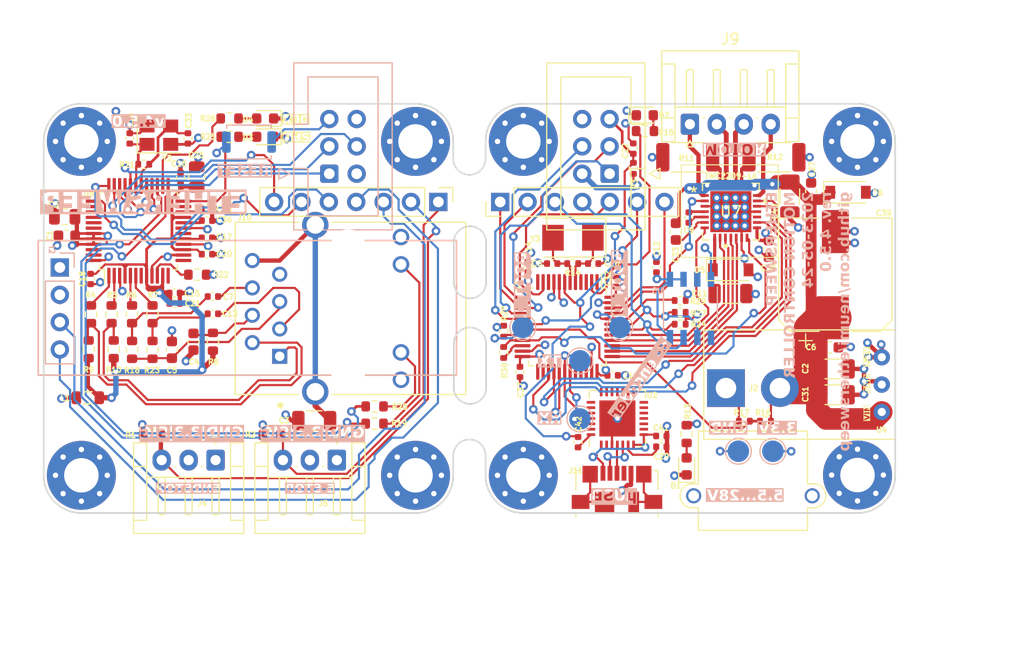
<source format=kicad_pcb>
(kicad_pcb (version 20221018) (generator pcbnew)
  (title_block (title "ethersweep2") (rev "2.0.1") (company "github.com/neumi"))
  (layers (0 "F.Cu" signal) (1 "In1.Cu" power "GND") (2 "In2.Cu" power "3.3v") (31 "B.Cu" signal) (34 "B.Paste" user) (35 "F.Paste" user) (36 "B.SilkS" user "B.Silkscreen") (37 "F.SilkS" user "F.Silkscreen") (38 "B.Mask" user) (39 "F.Mask" user) (44 "Edge.Cuts" user))
  (net 0 "")
  (net 1 "GND")
  (net 2 "Net-(U3-PD0-OSC_OUT)")
  (net 3 "SCL")
  (net 4 "SDA")
  (net 5 "+3V3")
  (net 6 "MISO")
  (net 7 "SCK")
  (net 8 "rst")
  (net 9 "MOSI")
  (net 10 "ESTOP")
  (net 11 "ENDSTOP")
  (net 12 "+28V")
  (net 13 "RST_ETHERNET")
  (net 14 "Net-(U7-CPO)")
  (net 15 "Net-(U7-CPI)")
  (net 16 "Net-(U3-PD0-OSC_IN)")
  (net 17 "ETHERNET_LED_B")
  (net 18 "ETHERNET_LED_A")
  (net 19 "Net-(D5-K)")
  (net 20 "Net-(U7-VCP)")
  (net 21 "Net-(U6-XI{slash}CLKIN)")
  (net 22 "voltage_detect")
  (net 23 "Net-(U6-XO)")
  (net 24 "Net-(U6-1V2O)")
  (net 25 "Net-(U6-TOCAP)")
  (net 26 "Net-(D1-A)")
  (net 27 "Net-(D2-A)")
  (net 28 "Net-(D3-A)")
  (net 29 "GND1")
  (net 30 "Net-(D4-A)")
  (net 31 "ETH_INT")
  (net 32 "TC")
  (net 33 "RC")
  (net 34 "RD-")
  (net 35 "RD+")
  (net 36 "+3.3VA")
  (net 37 "TD+")
  (net 38 "TD-")
  (net 39 "Net-(J9-Pin_1)")
  (net 40 "Net-(J9-Pin_2)")
  (net 41 "Net-(J9-Pin_3)")
  (net 42 "Net-(J9-Pin_4)")
  (net 43 "Net-(U2-VDD)")
  (net 44 "Net-(J11-VBUS)")
  (net 45 "Net-(U2-~{DTR})")
  (net 46 "Net-(J11-D-)")
  (net 47 "Net-(C7-Pad2)")
  (net 48 "Net-(C13-Pad2)")
  (net 49 "Net-(J11-D+)")
  (net 52 "Net-(U6-TXN)")
  (net 53 "Net-(U6-TXP)")
  (net 54 "Net-(U6-RXN)")
  (net 55 "Net-(U6-RXP)")
  (net 56 "Net-(U7-BRB)")
  (net 57 "Net-(U7-BRA)")
  (net 58 "Net-(U3-PC13-TAMPER-RTC)")
  (net 59 "Net-(U6-LINKLED)")
  (net 60 "Net-(U6-ACTLED)")
  (net 61 "Net-(U6-EXRES1)")
  (net 62 "uC_TX")
  (net 63 "uC_RX")
  (net 64 "Net-(U6-SPDLED)")
  (net 65 "Net-(U6-DUPLED)")
  (net 70 "BOOT_1")
  (net 71 "BOOT_0")
  (net 74 "MOT_UART_TX")
  (net 75 "MOT_UART_RX")
  (net 85 "MOT_ENABLE")
  (net 86 "MOT_SPREAD")
  (net 87 "MOT_M0")
  (net 88 "MOT_M1")
  (net 89 "MOT_DIAG")
  (net 90 "MOT_INDEX")
  (net 91 "MOT_STEP")
  (net 92 "MOT_DIR")
  (net 93 "MOT_STANDBY")
  (net 101 "CS")
  (net 124 "unconnected-(J11-Shield-Pad6)")
  (footprint "Capacitor_SMD:C_0805_2012Metric" (layer "F.Cu") (at 160.3 33.5 90)
    (fp_text reference "C26")
    (fp_text value "C10uF" hide)
  )
  (footprint "Inductor_SMD:L_0805_2012Metric" (layer "F.Cu") (at 150.2 54)
    (fp_text reference "L1")
    (fp_text value "L600OHM" hide)
  )
  (footprint "modules:HANRUN_HR911105A" (layer "F.Cu") (at 174.35 45.7 -90)
    (fp_text reference "J10")
    (fp_text value "HR911105A")
  )
  (footprint "MountingHole:MountingHole_3.2mm_M3_Pad_Via" (layer "F.Cu") (at 180.6 30.2)
    (fp_text reference "H6" hide)
    (fp_text value "MountingHole_Pad" hide)
  )
  (footprint "MountingHole:MountingHole_3.2mm_M3_Pad_Via" (layer "F.Cu") (at 149.6 30.2)
    (fp_text reference "H5" hide)
    (fp_text value "MountingHole_Pad" hide)
  )
  (footprint "MountingHole:MountingHole_3.2mm_M3_Pad_Via" (layer "F.Cu") (at 149.6 61.2)
    (fp_text reference "H8" hide)
    (fp_text value "MountingHole_Pad" hide)
  )
  (footprint "MountingHole:MountingHole_3.2mm_M3_Pad_Via" (layer "F.Cu") (at 180.6 61.2)
    (fp_text reference "H7" hide)
    (fp_text value "MountingHole_Pad" hide)
  )
  (footprint "Resistor_SMD:R_0603_1608Metric" (layer "F.Cu") (at 176.8 56.4 180)
    (fp_text reference "R19")
    (fp_text value "R330" hide)
  )
  (footprint "Crystal:Crystal_SMD_3225-4Pin_3.2x2.5mm" (layer "F.Cu") (at 156.785 29.62)
    (fp_text reference "Y2")
    (fp_text value "Crystal_25MHz" hide)
  )
  (footprint "Capacitor_SMD:C_0402_1005Metric" (layer "F.Cu") (at 161.25 37.55)
    (fp_text reference "C36")
    (fp_text value "C4.7uF" hide)
  )
  (footprint "Package_QFP:LQFP-48_7x7mm_P0.5mm" (layer "F.Cu") (at 154.9 38.5 90)
    (fp_text reference "U6")
    (fp_text value "W5500" hide)
  )
  (footprint "Capacitor_SMD:C_0402_1005Metric" (layer "F.Cu") (at 161.25 36.47)
    (fp_text reference "C35")
    (fp_text value "C10nF" hide)
  )
  (footprint "Resistor_SMD:R_0603_1608Metric" (layer "F.Cu") (at 176.8 54.8 180)
    (fp_text reference "R20")
    (fp_text value "R330" hide)
  )
  (footprint "Capacitor_SMD:C_0402_1005Metric" (layer "F.Cu") (at 154.085 29.92 90)
    (fp_text reference "C34")
    (fp_text value "C18pF" hide)
  )
  (footprint "Capacitor_SMD:C_0402_1005Metric" (layer "F.Cu") (at 159.485 29.92 90)
    (fp_text reference "C33")
    (fp_text value "C18pF" hide)
  )
  (footprint "Capacitor_SMD:C_0805_2012Metric" (layer "F.Cu") (at 148.05 37.2 180)
    (fp_text reference "C30")
    (fp_text value "C10uF" hide)
  )
  (footprint "Resistor_SMD:R_0603_1608Metric" (layer "F.Cu") (at 156.2 49.55 90)
    (fp_text reference "R23")
    (fp_text value "R49.9" hide)
  )
  (footprint "Resistor_SMD:R_0603_1608Metric" (layer "F.Cu") (at 156.2 46.25 90)
    (fp_text reference "R7")
    (fp_text value "R33" hide)
  )
  (footprint "Resistor_SMD:R_0603_1608Metric" (layer "F.Cu") (at 154.3 46.25 90)
    (fp_text reference "R6")
    (fp_text value "R33" hide)
  )
  (footprint "Resistor_SMD:R_0603_1608Metric" (layer "F.Cu") (at 152.4 46.25 90)
    (fp_text reference "R5")
    (fp_text value "R33" hide)
  )
  (footprint "Resistor_SMD:R_0603_1608Metric" (layer "F.Cu") (at 150.5 46.25 90)
    (fp_text reference "R4")
    (fp_text value "R33" hide)
  )
  (footprint "Capacitor_SMD:C_0603_1608Metric" (layer "F.Cu") (at 158 49.55 -90)
    (fp_text reference "C5")
    (fp_text value "C10nF" hide)
  )
  (footprint "Capacitor_SMD:C_0402_1005Metric" (layer "F.Cu") (at 161.8 44.6 180)
    (fp_text reference "C7")
    (fp_text value "C6.8nF" hide)
  )
  (footprint "Capacitor_SMD:C_0402_1005Metric" (layer "F.Cu") (at 161.8 46.2 180)
    (fp_text reference "C13")
    (fp_text value "C6.8nF" hide)
  )
  (footprint "Capacitor_SMD:C_1206_3216Metric" (layer "F.Cu") (at 171.2 56.12 180)
    (fp_text reference "C3")
    (fp_text value "C1nF" hide)
  )
  (footprint "Capacitor_SMD:C_0603_1608Metric" (layer "F.Cu") (at 160 48.8 90)
    (fp_text reference "C4")
    (fp_text value "C22nF" hide)
  )
  (footprint "MountingHole:MountingHole_3.2mm_M3_Pad_Via" (layer "F.Cu") (at 190.6 30.2)
    (fp_text reference "H1" hide)
    (fp_text value "MountingHole_Pad" hide)
  )
  (footprint "MountingHole:MountingHole_3.2mm_M3_Pad_Via" (layer "F.Cu") (at 221.6 30.2)
    (fp_text reference "H2" hide)
    (fp_text value "MountingHole_Pad" hide)
  )
  (footprint "MountingHole:MountingHole_3.2mm_M3_Pad_Via" (layer "F.Cu") (at 190.6 61.2)
    (fp_text reference "H4" hide)
    (fp_text value "MountingHole_Pad" hide)
  )
  (footprint "Connector_IDC:IDC-Header_2x03_P2.54mm_Vertical" (layer "F.Cu") (at 198.6 33.2 180)
    (fp_text reference "J1" hide)
    (fp_text value "AVR-ISP-6" hide)
  )
  (footprint "MountingHole:MountingHole_3.2mm_M3_Pad_Via" (layer "F.Cu") (at 221.6 61.175001)
    (fp_text reference "H3" hide)
    (fp_text value "MountingHole_Pad" hide)
  )
  (footprint "Resistor_SMD:R_0603_1608Metric" (layer "F.Cu") (at 161.8 48.8 90)
    (fp_text reference "R8")
    (fp_text value "R10" hide)
  )
  (footprint "Resistor_SMD:R_0402_1005Metric" (layer "F.Cu") (at 155.385 32.32 180)
    (fp_text reference "R21")
    (fp_text value "R1M" hide)
  )
  (footprint "Resistor_SMD:R_0603_1608Metric" (layer "F.Cu") (at 160.35 42.57 180)
    (fp_text reference "R22")
    (fp_text value "R12K4" hide)
  )
  (footprint "Resistor_SMD:R_0603_1608Metric" (layer "F.Cu") (at 150.2768 49.5 90)
    (fp_text reference "R9")
    (fp_text value "R49.9" hide)
  )
  (footprint "Resistor_SMD:R_0603_1608Metric" (layer "F.Cu") (at 152.6 49.5 90)
    (fp_text reference "R10")
    (fp_text value "R49.9" hide)
  )
  (footprint "Resistor_SMD:R_0603_1608Metric" (layer "F.Cu") (at 154.3 49.55 90)
    (fp_text reference "R18")
    (fp_text value "R49.9" hide)
  )
  (footprint "Resistor_SMD:R_0603_1608Metric" (layer "F.Cu") (at 163.35 29.77)
    (fp_text reference "R25")
    (fp_text value "R330" hide)
  )
  (footprint "Resistor_SMD:R_0603_1608Metric" (layer "F.Cu") (at 163.35 28.07)
    (fp_text reference "R26")
    (fp_text value "R330" hide)
  )
  (footprint "LED_SMD:LED_0603_1608Metric" (layer "F.Cu") (at 166.65 29.77 180)
    (fp_text reference "D3")
    (fp_text value "LED" hide)
  )
  (footprint "modules:DD4012SA" (layer "F.Cu") (at 207.34 57.855 90)
    (fp_text reference "U4")
    (fp_text value "DD4012SA" hide)
  )
  (footprint "LED_SMD:LED_0603_1608Metric" (layer "F.Cu") (at 205.75 60.37 90)
    (fp_text reference "D1")
    (fp_text value "LED" hide)
  )
  (footprint "Connector_AMASS:AMASS_XT30PW-M_1x02_P2.50mm_Horizontal" (layer "F.Cu") (at 209.4 53.1 180)
    (fp_text reference "J2")
    (fp_text value "Conn_01x02_Male" hide)
  )
  (footprint "Resistor_SMD:R_0603_1608Metric" (layer "F.Cu") (at 205.75 57.37 -90)
    (fp_text reference "R13")
    (fp_text value "R330" hide)
  )
  (footprint "Capacitor_SMD:C_0402_1005Metric" (layer "F.Cu") (at 161.25 40.67)
    (fp_text reference "C20")
    (fp_text value "C100nF" hide)
  )
  (footprint "Capacitor_SMD:C_0402_1005Metric" (layer "F.Cu") (at 205.95 37.27 -90)
    (fp_text reference "C9")
    (fp_text value "C22nF 50V" hide)
  )
  (footprint "KiCad:TMC2209-LA" (layer "F.Cu") (at 209.85 36.72)
    (fp_text reference "U7")
    (fp_text value "TMC2209-LA")
  )
  (footprint "Capacitor_SMD:CP_Elec_10x10" (layer "F.Cu") (at 219.55 42.57 90)
    (fp_text reference "C39")
    (fp_text value "C_330uF" hide)
  )
  (footprint "Resistor_SMD:R_2010_5025Metric" (layer "F.Cu") (at 205.85 31.67)
    (fp_text reference "R11")
    (fp_text value "R100mOHM" hide)
  )
  (footprint "Capacitor_SMD:C_0402_1005Metric" (layer "F.Cu") (at 158.2524 45.2424)
    (fp_text reference "C21")
    (fp_text value "C100nF" hide)
  )
  (footprint "Capacitor_SMD:C_0402_1005Metric" (layer "F.Cu") (at 203.4 58.545 180)
    (fp_text reference "C29")
    (fp_text value "C100nF" hide)
  )
  (footprint "Capacitor_SMD:C_0402_1005Metric" (layer "F.Cu") (at 158.8 33.57 90)
    (fp_text reference "C16")
    (fp_text value "C100nF" hide)
  )
  (footprint "Resistor_SMD:R_0402_1005Metric" (layer "F.Cu") (at 188.775 49.795 90)
    (fp_text reference "R30")
    (fp_text value "R1k" hide)
  )
  (footprint "LED_SMD:LED_0603_1608Metric" (layer "F.Cu") (at 166.65 28.07 180)
    (fp_text reference "D4")
    (fp_text value "LED" hide)
  )
  (footprint "Capacitor_SMD:C_0603_1608Metric" (layer "F.Cu") (at 217.3 34.82 90)
    (fp_text reference "C27")
    (fp_text value "C100nF" hide)
  )
  (footprint "Capacitor_SMD:C_0402_1005Metric" (layer "F.Cu") (at 203.4 57.545 180)
    (fp_text reference "C41")
    (fp_text value "C100nF" hide)
  )
  (footprint "Capacitor_SMD:C_0603_1608Metric" (layer "F.Cu") (at 219.05 49.32)
    (fp_text reference "C6")
    (fp_text value "C100nF" hide)
  )
  (footprint "Connector_USB:USB_Micro-B_Molex_47346-0001" (layer "F.Cu") (at 199.2875 62.47)
    (fp_text reference "J11")
    (fp_text value "USB_B_Micro")
  )
  (footprint "Connector_PinHeader_2.54mm:PinHeader_1x07_P2.54mm_Vertical" (layer "F.Cu") (at 182.7176 35.819 -90)
    (fp_text reference "J7" hide)
    (fp_text value "Conn_01x07_Male" hide)
  )
  (footprint "Resistor_SMD:R_0402_1005Metric" (layer "F.Cu") (at 200.81 32.7 90)
    (fp_text reference "R3")
    (fp_text value "R10k" hide)
  )
  (footprint "Connector_JST:JST_EH_S3B-EH_1x03_P2.50mm_Horizontal" (layer "F.Cu") (at 173.3 59.7875 180)
    (fp_text reference "J5")
    (fp_text value "Conn_01x03_Male" hide)
  )
  (footprint "Capacitor_SMD:C_1206_3216Metric" (layer "F.Cu") (at 215.325 35.32 -90)
    (fp_text reference "C40")
    (fp_text value "C10uF" hide)
  )
  (footprint "Connector_JST:JST_EH_S3B-EH_1x03_P2.50mm_Horizontal" (layer "F.Cu") (at 162.05 59.7875 180)
    (fp_text reference "J4")
    (fp_text value "Conn_01x03_Male" hide)
  )
  (footprint "Capacitor_SMD:C_1206_3216Metric" (layer "F.Cu") (at 219.3 53.72)
    (fp_text reference "C31")
    (fp_text value "C10uF" hide)
  )
  (footprint "Resistor_SMD:R_0402_1005Metric" (layer "F.Cu") (at 205.15 46.07 180)
    (fp_text reference "R27")
    (fp_text value "R10k" hide)
  )
  (footprint "Capacitor_SMD:C_0402_1005Metric" (layer "F.Cu") (at 158.25 44.27)
    (fp_text reference "C15")
    (fp_text value "C100nF" hide)
  )
  (footprint "Capacitor_SMD:C_0402_1005Metric" (layer "F.Cu") (at 202.95 41.87 -90)
    (fp_text reference "C12")
    (fp_text value "C100nF" hide)
  )
  (footprint "Capacitor_SMD:C_0402_1005Metric" (layer "F.Cu") (at 197.08 41.54 180)
    (fp_text reference "C10")
    (fp_text value "C22pF" hide)
  )
  (footprint "Connector_PinHeader_2.54mm:PinHeader_1x07_P2.54mm_Vertical" (layer "F.Cu") (at 188.453 35.819 90)
    (fp_text reference "J6" hide)
    (fp_text value "Conn_01x07_Female" hide)
  )
  (footprint "Connector_JST:JST_EH_S4B-EH_1x04_P2.50mm_Horizontal" (layer "F.Cu") (at 206.05 28.6025)
    (fp_text reference "J9")
    (fp_text value "Conn_01x04_Female" hide)
  )
  (footprint "Capacitor_SMD:C_0402_1005Metric" (layer "F.Cu") (at 198.8875 51.92)
    (fp_text reference "C19")
    (fp_text value "C100nF" hide)
  )
  (footprint "Resistor_SMD:R_2010_5025Metric" (layer "F.Cu") (at 213.85 31.67 180)
    (fp_text reference "R12")
    (fp_text value "R100mOHM" hide)
  )
  (footprint "Capacitor_SMD:C_0402_1005Metric" (layer "F.Cu") (at 193.28 41.54 180)
    (fp_text reference "C8")
    (fp_text value "C22pF" hide)
  )
  (footprint "Capacitor_SMD:C_0402_1005Metric" (layer "F.Cu") (at 200.8 30.866 -90)
    (fp_text reference "C22")
    (fp_text value "C100nF" hide)
  )
  (footprint "Package_QFP:LQFP-48_7x7mm_P0.5mm" (layer "F.Cu") (at 194.6875 47.42 -90)
    (fp_text reference "U3")
    (fp_text value "STM32F103C8Tx" hide)
  )
  (footprint "Resistor_SMD:R_0603_1608Metric" (layer "F.Cu") (at 167.25 57.47)
    (fp_text reference "R2")
    (fp_text value "R10k" hide)
  )
  (footprint "Resistor_SMD:R_0402_1005Metric" (layer "F.Cu") (at 205.15 44.97 180)
    (fp_text reference "R29")
    (fp_text value "R10k" hide)
  )
  (footprint "Diode_SMD:D_SOD-123" (layer "F.Cu") (at 209.8394 42.128)
    (fp_text reference "D5")
    (fp_text value "D_TVS_5V" hide)
  )
  (footprint "Package_DFN_QFN:QFN-28-1EP_5x5mm_P0.5mm_EP3.35x3.35mm" (layer "F.Cu") (at 199.325 55.92 90)
    (fp_text reference "U2")
    (fp_text value "CP2102N-A01-GQFN28" hide)
  )
  (footprint "Resistor_SMD:R_0402_1005Metric" (layer "F.Cu") (at 213.06 56.17 180)
    (fp_text reference "R16")
    (fp_text value "R10k" hide)
  )
  (footprint "Capacitor_SMD:C_0402_1005Metric" (layer "F.Cu") (at 199.1875 43.21 90)
    (fp_text reference "C32")
    (fp_text value "C100nF" hide)
  )
  (footprint "Resistor_SMD:R_0402_1005Metric" (layer "F.Cu") (at 195.18 41.54 180)
    (fp_text reference "R14")
    (fp_text value "R1M" hide)
  )
  (footprint "Capacitor_SMD:C_0603_1608Metric" (layer "F.Cu") (at 204.75 38.57 -90)
    (fp_text reference "C23")
    (fp_text value "C100nF" hide)
  )
  (footprint "Diode_SMD:D_SOD-123" (layer "F.Cu") (at 220.725 34.92)
    (fp_text reference "D6")
    (fp_text value "D_TVS_30V" hide)
  )
  (footprint "Capacitor_SMD:C_0402_1005Metric" (layer "F.Cu") (at 150.45 42.97 -90)
    (fp_text reference "C18")
    (fp_text value "C100nF" hide)
  )
  (footprint "Resistor_SMD:R_0603_1608Metric" (layer "F.Cu") (at 156.15 57.47)
    (fp_text reference "R1")
    (fp_text value "R10k" hide)
  )
  (footprint "Capacitor_SMD:C_0603_1608Metric" (layer "F.Cu") (at 213.3704 40.17 -90)
    (fp_text reference "C38")
    (fp_text value "C100nF" hide)
  )
  (footprint "Capacitor_SMD:C_0402_1005Metric" (layer "F.Cu") (at 190.2875 51.6 -90)
    (fp_text reference "C37")
    (fp_text value "C100nF" hide)
  )
  (footprint "LED_SMD:LED_0603_1608Metric" (layer "F.Cu") (at 201.87 27.77)
    (fp_text reference "D2")
    (fp_text value "LED" hide)
  )
  (footprint "Capacitor_SMD:C_1206_3216Metric" (layer "F.Cu") (at 219.3 51.32)
    (fp_text reference "C2")
    (fp_text value "C4.7uF" hide)
  )
  (footprint "Resistor_SMD:R_0603_1608Metric" (layer "F.Cu") (at 201.8896 29.2404 180)
    (fp_text reference "R15")
    (fp_text value "R1k" hide)
  )
  (footprint "Resistor_SMD:R_0402_1005Metric" (layer "F.Cu") (at 188.775 47.82 -90)
    (fp_text reference "R28")
    (fp_text value "R10k" hide)
  )
  (footprint "Crystal:Crystal_SMD_5032-2Pin_5.0x3.2mm" (layer "F.Cu") (at 195.2 39.14 180)
    (fp_text reference "Y3")
    (fp_text value "Crystal" hide)
  )
  (footprint "Capacitor_SMD:C_0603_1608Metric" (layer "F.Cu") (at 148.2448 38.9432 180)
    (fp_text reference "C1")
    (fp_text value "C100nF" hide)
  )
  (footprint "Capacitor_SMD:C_1206_3216Metric" (layer "F.Cu") (at 209.8144 44.328)
    (fp_text reference "C11")
    (fp_text value "C2.2-4.7uF ceramic" hide)
  )
  (footprint "Capacitor_SMD:C_0402_1005Metric" (layer "F.Cu") (at 191.025 41.87 90)
    (fp_text reference "C14")
    (fp_text value "C100nF" hide)
  )
  (footprint "Resistor_SMD:R_0402_1005Metric" (layer "F.Cu") (at 211.1 56.17 180)
    (fp_text reference "R17")
    (fp_text value "R1k" hide)
  )
  (footprint "Capacitor_SMD:C_0402_1005Metric" (layer "F.Cu") (at 161.25 39.149096)
    (fp_text reference "C17")
    (fp_text value "C100nF" hide)
  )
  (footprint "Capacitor_SMD:C_0402_1005Metric" (layer "F.Cu") (at 195.675 58.12 -90)
    (fp_text reference "C42")
    (fp_text value "C100nF" hide)
  )
  (footprint "Resistor_SMD:R_0402_1005Metric" (layer "F.Cu") (at 205.15 47.17 180)
    (fp_text reference "R24")
    (fp_text value "R10k" hide)
  )
  (footprint "Connector_IDC:IDC-Header_2x03_P2.54mm_Vertical" (layer "B.Cu") (at 172.6 33.2)
    (fp_text reference "J8" hide)
    (fp_text value "AVR-ISP-6" hide)
  )
  (footprint "Connector_PinHeader_2.54mm:PinHeader_1x04_P2.54mm_Vertical" (layer "B.Cu") (at 147.6 41.9 180)
    (fp_text reference "J3")
    (fp_text value "Conn_01x04_Female" hide)
  )
  (footprint "Button_Switch_SMD:SW_Push_SPST_NO_Alps_SKRK" (layer "B.Cu") (at 165.15 30.25 180)
    (fp_text reference "SW1" hide)
    (fp_text value "SW_Push" hide)
  )
  (footprint "modules:AS5600" (layer "B.Cu") (at 206.1 45.7)
    (fp_text reference "U5")
    (fp_text value "AS5600")
  )
  (footprint "TestPoint:TestPoint_Pad_D2.0mm" (layer "B.Cu") (at 195.85 55.97 180)
    (fp_text reference "TP3" hide)
    (fp_text value "RX" hide)
  )
  (footprint "TestPoint:TestPoint_Pad_D2.0mm" (layer "B.Cu") (at 213.75 58.97 180)
    (fp_text reference "TP1" hide)
    (fp_text value "3.3V" hide)
  )
  (footprint "TestPoint:TestPoint_Pad_D2.0mm" (layer "B.Cu") (at 195.85 50.57 180)
    (fp_text reference "TP4" hide)
    (fp_text value "TX" hide)
  )
  (footprint "TestPoint:TestPoint_Pad_D2.0mm" (layer "B.Cu") (at 210.55 58.963 180)
    (fp_text reference "TP2" hide)
    (fp_text value "GND" hide)
  )
  (footprint "TestPoint:TestPoint_Pad_D2.0mm" (layer "B.Cu") (at 199.55 47.47 180)
    (fp_text reference "TP6" hide)
    (fp_text value "BOOT_0" hide)
  )
  (footprint "TestPoint:TestPoint_Pad_D2.0mm" (layer "B.Cu") (at 190.55 47.47 180)
    (fp_text reference "TP5" hide)
    (fp_text value "BOOT_1" hide)
  )
  (gr_line (start 184.4 39.4) (end 145.6 39.4) (stroke (width 0.15)) (layer "B.SilkS"))
  (gr_line (start 145.6 39.4) (end 145.6 51.9) (stroke (width 0.15)) (layer "B.SilkS"))
  (gr_line (start 145.6 51.9) (end 184.4 51.9) (stroke (width 0.15)) (layer "B.SilkS"))
  (gr_line (start 184.4 51.9) (end 184.4 39.4) (stroke (width 0.15)) (layer "B.SilkS"))
  (gr_rect (start 205.25 32.37) (end 214.25 40.97) (stroke (width 0.1)) (fill none) (layer "F.SilkS"))
  (gr_line (start 184.1 31.8) (end 184.1 30.2) (stroke (width 0.15)) (layer "Edge.Cuts"))
  (gr_line (start 184.1 60.7) (end 184.1 59.4) (stroke (width 0.15)) (layer "Edge.Cuts"))
  (gr_line (start 180.6 26.7) (end 149.6 26.7) (stroke (width 0.15)) (layer "Edge.Cuts"))
  (gr_arc (start 146.1 30.2) (mid 147.125126 27.725126) (end 149.6 26.7) (stroke (width 0.15)) (layer "Edge.Cuts"))
  (gr_arc (start 180.6 26.7) (mid 183.074874 27.725126) (end 184.1 30.2) (stroke (width 0.15)) (layer "Edge.Cuts"))
  (gr_arc (start 184.1 61.2) (mid 183.074874 63.674874) (end 180.6 64.7) (stroke (width 0.15)) (layer "Edge.Cuts"))
  (gr_line (start 146.1 30.2) (end 146.1 61.2) (stroke (width 0.15)) (layer "Edge.Cuts"))
  (gr_line (start 149.6 64.7) (end 180.6 64.7) (stroke (width 0.15)) (layer "Edge.Cuts"))
  (gr_arc (start 149.6 64.7) (mid 147.125126 63.674874) (end 146.1 61.2) (stroke (width 0.15)) (layer "Edge.Cuts"))
  (gr_line (start 184.1 61.2) (end 184.1 60.7) (stroke (width 0.15)) (layer "Edge.Cuts"))
  (gr_line (start 225.1 61.2) (end 225.1 30.2) (stroke (width 0.15)) (layer "Edge.Cuts"))
  (gr_line (start 190.6 64.7) (end 221.6 64.7) (stroke (width 0.15)) (layer "Edge.Cuts"))
  (gr_arc (start 190.6 64.7) (mid 188.125126 63.674874) (end 187.1 61.2) (stroke (width 0.15)) (layer "Edge.Cuts"))
  (gr_arc (start 225.1 61.2) (mid 224.074874 63.674874) (end 221.6 64.7) (stroke (width 0.15)) (layer "Edge.Cuts"))
  (gr_arc (start 187.1 30.2) (mid 188.125126 27.725126) (end 190.6 26.7) (stroke (width 0.15)) (layer "Edge.Cuts"))
  (gr_line (start 190.6 26.7) (end 221.6 26.7) (stroke (width 0.15)) (layer "Edge.Cuts"))
  (gr_line (start 187.1 30.2) (end 187.1 30.7) (stroke (width 0.15)) (layer "Edge.Cuts"))
  (gr_line (start 187.1 61.2) (end 187.1 59.4) (stroke (width 0.15)) (layer "Edge.Cuts"))
  (gr_line (start 187.1 31.8) (end 187.1 30.7) (stroke (width 0.15)) (layer "Edge.Cuts"))
  (gr_arc (start 221.6 26.7) (mid 224.074874 27.725126) (end 225.1 30.2) (stroke (width 0.15)) (layer "Edge.Cuts"))
  (gr_arc (start 184.15 48.97) (mid 185.65 47.47) (end 187.15 48.97) (stroke (width 0.15)) (layer "Edge.Cuts"))
  (gr_arc (start 184.15 39.57) (mid 185.65 38.07) (end 187.15 39.57) (stroke (width 0.15)) (layer "Edge.Cuts"))
  (gr_arc (start 184.1 59.4) (mid 185.6 57.869681) (end 187.1 59.4) (stroke (width 0.15)) (layer "Edge.Cuts"))
  (gr_line (start 184.15 53.07) (end 184.15 48.97) (stroke (width 0.15)) (layer "Edge.Cuts"))
  (gr_line (start 184.15 43.27) (end 184.15 39.57) (stroke (width 0.15)) (layer "Edge.Cuts"))
  (gr_arc (start 187.15 43.27) (mid 185.65 44.77) (end 184.15 43.27) (stroke (width 0.15)) (layer "Edge.Cuts"))
  (gr_arc (start 187.1 31.8) (mid 185.6 33.3) (end 184.1 31.8) (stroke (width 0.15)) (layer "Edge.Cuts"))
  (gr_line (start 187.15 39.57) (end 187.15 43.27) (stroke (width 0.15)) (layer "Edge.Cuts"))
  (gr_line (start 187.15 48.97) (end 187.15 53.07) (stroke (width 0.15)) (layer "Edge.Cuts"))
  (gr_arc (start 187.15 53.07) (mid 185.65 54.57) (end 184.15 53.07) (stroke (width 0.15)) (layer "Edge.Cuts"))
  (gr_text "RESET" (at 167.3 33.02) (layer "B.SilkS" knockout) (effects (font (size 1 1) (thickness 0.2) bold) (justify left mirror)))
  (gr_text "ETHERSWEEP \nMOTION CONTROLLER\n2023-05-24\nrev. 4.5.0\ngithub.com/neumi/ethersweep" (at 217.05 34.87 90) (layer "B.SilkS") (effects (font (size 1 1) (thickness 0.2) bold) (justify left mirror)))
  (gr_text "ENDSTOP" (at 159.525 62.47) (layer "B.SilkS" knockout) (effects (font (size 0.8 0.8) (thickness 0.16) bold) (justify mirror)))
  (gr_text "v4.5.0" (at 157.338 27.818) (layer "B.SilkS" knockout) (effects (font (size 1 1) (thickness 0.16) bold) (justify left top mirror)))
  (gr_text "3.3V" (at 215.95 56.87) (layer "B.SilkS" knockout) (effects (font (size 1 1) (thickness 0.2) bold) (justify left mirror)))
  (gr_text "BOOT_0" (at 199.45 40.27 90) (layer "B.SilkS" knockout) (effects (font (size 1 1) (thickness 0.2) bold) (justify left mirror)))
  (gr_text "µUSB" (at 201.15 63.124) (layer "B.SilkS" knockout) (effects (font (size 1 1) (thickness 0.2) bold) (justify left mirror)))
  (gr_text "MOTOR" (at 207.2236 30.866 180) (layer "B.SilkS" knockout) (effects (font (size 1 1) (thickness 0.2) bold) (justify left mirror)))
  (gr_text "TX" (at 194.05 50.67) (layer "B.SilkS" knockout) (effects (font (size 1 1) (thickness 0.2) bold) (justify left mirror)))
  (gr_text "<- encoder" (at 201.05 51.87 55) (layer "B.SilkS" knockout) (effects (font (size 1 1) (thickness 0.16) bold) (justify top mirror)))
  (gr_text "GND" (at 211.35 56.87) (layer "B.SilkS" knockout) (effects (font (size 1 1) (thickness 0.2) bold) (justify left mirror)))
  (gr_text "ETHERSWEEP" (at 164.958 34.93) (layer "B.SilkS" knockout) (effects (font (size 1.8 1.8) (thickness 0.16) bold) (justify left top mirror)))
  (gr_text "GND|3.3|SIG" (at 159.825 56.695) (layer "B.SilkS" knockout) (effects (font (size 1 1) (thickness 0.16) bold) (justify top mirror)))
  (gr_text "GND|3.3|SIG" (at 171.05 56.695) (layer "B.SilkS" knockout) (effects (font (size 1 1) (thickness 0.16) bold) (justify top mirror)))
  (gr_text "RX" (at 194.15 55.97) (layer "B.SilkS" knockout) (effects (font (size 1 1) (thickness 0.2) bold) (justify left mirror)))
  (gr_text "E-STOP" (at 170.825 62.47) (layer "B.SilkS" knockout) (effects (font (size 0.8 0.8) (thickness 0.16) bold) (justify mirror)))
  (gr_text "5.5...28V" (at 214.742 63.124) (layer "B.SilkS" knockout) (effects (font (size 1 1) (thickness 0.2) bold) (justify left mirror)))
  (gr_text "BOOT_1" (at 190.45 40.47 90) (layer "B.SilkS" knockout) (effects (font (size 1 1) (thickness 0.2) bold) (justify left mirror)))
  (gr_text "DLX" (at 169.55 28.07 180) (layer "F.SilkS" knockout) (effects (font (size 0.8 0.8) (thickness 0.16) bold)))
  (gr_text "SPD" (at 169.55 29.72 180) (layer "F.SilkS" knockout) (effects (font (size 0.8 0.8) (thickness 0.16) bold)))
  (gr_text "3.3V" (at 222.5144 50.2208 90) (layer "F.SilkS" knockout) (effects (font (size 0.5 0.5) (thickness 0.1) bold)))
  (segment (start 157.885 30.47) (end 159.415 30.47) (width 0.25) (layer "F.Cu") (net 1))
  (segment (start 158 48.775) (end 158 47.75) (width 0.2) (layer "F.Cu") (net 1))
  (segment (start 153.4 44.1) (end 153.4 44.1) (width 0.2) (layer "F.Cu") (net 1))
  (segment (start 196.9375 51.5825) (end 196.95 51.595) (width 0.2) (layer "F.Cu") (net 1))
  (segment (start 155.65 35.729) (end 155.56 35.819) (width 0.2) (layer "F.Cu") (net 1))
  (segment (start 201.0825 27.77) (end 200.625 27.77) (width 0.2) (layer "F.Cu") (net 1))
  (segment (start 151.17 43.45) (end 151.35 43.27) (width 0.2) (layer "F.Cu") (net 1))
  (segment (start 155.65 34.3375) (end 155.65 35.729) (width 0.2) (layer "F.Cu") (net 1))
  (segment (start 150.45 43.45) (end 151.17 43.45) (width 0.2) (layer "F.Cu") (net 1))
  (segment (start 213.3704 40.945) (end 213.125 40.945) (width 0.2) (layer "F.Cu") (net 1))
  (segment (start 147.4698 39.7502) (end 147.35 39.87) (width 0.4) (layer "F.Cu") (net 1))
  (segment (start 212.15 44.37) (end 211.3314 44.37) (width 0.2) (layer "F.Cu") (net 1))
  (segment (start 220.775 53.72) (end 222.15 53.72) (width 0.4) (layer "F.Cu") (net 1))
  (segment (start 192.375 49.145) (end 192.550858 49.145) (width 0.2) (layer "F.Cu") (net 1))
  (segment (start 200.26232 62.1) (end 200.5625 62.1) (width 0.4) (layer "F.Cu") (net 1))
  (segment (start 215.325 36.795) (end 215.325 37.42) (width 0.4) (layer "F.Cu") (net 1))
  (segment (start 153.19999 43.24999) (end 153.19999 43.89999) (width 0.2) (layer "F.Cu") (net 1))
  (segment (start 161.039096 39.759096) (end 161.25 39.97) (width 0.2) (layer "F.Cu") (net 1))
  (segment (start 196.95 49.27) (end 196.9375 49.2825) (width 0.2) (layer "F.Cu") (net 1))
  (segment (start 161.25 39.97) (end 161.310452 39.909548) (width 0.2) (layer "F.Cu") (net 1))
  (segment (start 200.5625 62.1) (end 200.5875 62.075) (width 0.4) (layer "F.Cu") (net 1))
  (segment (start 162.55 39.17) (end 162.529096 39.149096) (width 0.4) (layer "F.Cu") (net 1))
  (segment (start 215.325 37.42) (end 216.1 38.195) (width 0.4) (layer "F.Cu") (net 1))
  (segment (start 153.15 43.2) (end 153.19999 43.24999) (width 0.2) (layer "F.Cu") (net 1))
  (segment (start 205.525 44.695) (end 205.525 44.835) (width 0.2) (layer "F.Cu") (net 1))
  (segment (start 205.75 61.1575) (end 204.6925 61.1575) (width 0.4) (layer "F.Cu") (net 1))
  (segment (start 159.071596 39.759096) (end 161.039096 39.759096) (width 0.2) (layer "F.Cu") (net 1))
  (segment (start 210.850001 38.313999) (end 211.1352 38.0288) (width 0.2) (layer "F.Cu") (net 1))
  (segment (start 221.325 39.645) (end 221.3 39.67) (width 0.2) (layer "F.Cu") (net 1))
  (segment (start 158.7324 44.2724) (end 158.73 44.27) (width 0.4) (layer "F.Cu") (net 1))
  (segment (start 147.1 37.2) (end 147.1 36.02) (width 0.4) (layer "F.Cu") (net 1))
  (segment (start 203.925 56.62) (end 203.925 59.545) (width 0.4) (layer "F.Cu") (net 1))
  (segment (start 200.625 27.77) (end 200.2 27.345) (width 0.2) (layer "F.Cu") (net 1))
  (segment (start 200.075 28.52) (end 200.3646 28.8096) (width 0.2) (layer "F.Cu") (net 1))
  (segment (start 159.0625 40.75) (end 157.75 40.75) (width 0.25) (layer "F.Cu") (net 1))
  (segment (start 155.015 29.44) (end 155.685 28.77) (width 0.2) (layer "F.Cu") (net 1))
  (segment (start 203.88 56.665) (end 203.925 56.62) (width 0.2) (layer "F.Cu") (net 1))
  (segment (start 202.55 31.67) (end 203.5375 31.67) (width 0.4) (layer "F.Cu") (net 1))
  (segment (start 167.4375 29.77) (end 168.45 29.77) (width 0.4) (layer "F.Cu") (net 1))
  (segment (start 169.1 56.12) (end 168.55 55.57) (width 0.4) (layer "F.Cu") (net 1))
  (segment (start 161.310452 39.909548) (end 161.355227 39.909548) (width 0.2) (layer "F.Cu") (net 1))
  (segment (start 198.825 56.42) (end 199.325 55.92) (width 0.2) (layer "F.Cu") (net 1))
  (segment (start 190.525 49.67) (end 191.38505 49.67) (width 0.2) (layer "F.Cu") (net 1))
  (segment (start 159.0625 39.75) (end 159.071596 39.759096) (width 0.2) (layer "F.Cu") (net 1))
  (segment (start 198.55 41.07) (end 198.4005 41.07) (width 0.2) (layer "F.Cu") (net 1))
  (segment (start 221.3 38.57) (end 221.325 38.545) (width 0.4) (layer "F.Cu") (net 1))
  (segment (start 159.45 44.27) (end 159.65 44.07) (width 0.4) (layer "F.Cu") (net 1))
  (segment (start 161.73 40.67) (end 162.55 40.67) (width 0.4) (layer "F.Cu") (net 1))
  (segment (start 157.034315 40.9) (end 156.15 41.784315) (width 0.2) (layer "F.Cu") (net 1))
  (segment (start 192.02 41.54) (end 191.95 41.47) (width 0.2) (layer "F.Cu") (net 1))
  (segment (start 191.025 41.39) (end 191.025 40.695) (width 0.2) (layer "F.Cu") (net 1))
  (segment (start 211.3314 44.37) (end 211.2894 44.328) (width 0.2) (layer "F.Cu") (net 1))
  (segment (start 191.91005 49.145) (end 192.375 49.145) (width 0.2) (layer "F.Cu") (net 1))
  (segment (start 188.285 47.31) (end 188.15 47.445) (width 0.2) (layer "F.Cu") (net 1))
  (segment (start 160.3 32.55) (end 160.65 32.55) (width 0.25) (layer "F.Cu") (net 1))
  (segment (start 219.864 49.281) (end 219.825 49.32) (width 0.4) (layer "F.Cu") (net 1))
  (segment (start 158.7324 45.2424) (end 158.7324 44.2724) (width 0.4) (layer "F.Cu") (net 1))
  (segment (start 203.88 58.545) (end 203.88 57.545) (width 0.2) (layer "F.Cu") (net 1))
  (segment (start 199.747253 62.615067) (end 200.26232 62.1) (width 0.4) (layer "F.Cu") (net 1))
  (segment (start 217.3 34.045) (end 217.3 33.32) (width 0.4) (layer "F.Cu") (net 1))
  (segment (start 210.59 54.29) (end 209.4 53.1) (width 0.2) (layer "F.Cu") (net 1))
  (segment (start 192.550858 49.145) (end 192.610285 49.085573) (width 0.2) (layer "F.Cu") (net 1))
  (segment (start 168.35 28.07) (end 168.55 27.87) (width 0.4) (layer "F.Cu") (net 1))
  (segment (start 161.73 39.149096) (end 162.529096 39.149096) (width 0.4) (layer "F.Cu") (net 1))
  (segment (start 219.55 38.57) (end 221.3 38.57) (width 0.4) (layer "F.Cu") (net 1))
  (segment (start 205.525 44.835) (end 205.66 44.97) (width 0.2) (layer "F.Cu") (net 1))
  (segment (start 158.73 44.27) (end 159.45 44.27) (width 0.4) (layer "F.Cu") (net 1))
  (segment (start 221.35 39.62) (end 220.6 39.62) (width 0.4) (layer "F.Cu") (net 1))
  (segment (start 197.56 41.54) (end 197.9305 41.54) (width 0.2) (layer "F.Cu") (net 1))
  (segment (start 192.375 49.145) (end 192.575 49.145) (width 0.2) (layer "F.Cu") (net 1))
  (segment (start 159.3 50.275) (end 160 49.575) (width 0.2) (layer "F.Cu") (net 1))
  (segment (start 212.35 42.77) (end 212.1314 42.77) (width 0.2) (layer "F.Cu") (net 1))
  (segment (start 169.725 56.12) (end 169.1 56.12) (width 0.4) (layer "F.Cu") (net 1))
  (segment (start 192.8 41.54) (end 192.02 41.54) (width 0.2) (layer "F.Cu") (net 1))
  (segment (start 203.88 58.545) (end 203.88 59.59) (width 0.2) (layer "F.Cu") (net 1))
  (segment (start 150.7375 41.25) (end 150.76202 41.22548) (width 0.2) (layer "F.Cu") (net 1))
  (segment (start 199.1875 42.73) (end 199.84 42.73) (width 0.2) (layer "F.Cu") (net 1))
  (segment (start 156.15 41.784315) (end 156.15 42.6625) (width 0.2) (layer "F.Cu") (net 1))
  (segment (start 191.025 40.695) (end 191.25 40.47) (width 0.2) (layer "F.Cu") (net 1))
  (segment (start 154.15 28.57) (end 154.085 28.635) (width 0.2) (layer "F.Cu") (net 1))
  (segment (start 211.1139 41.073143) (end 211.1139 41.7525) (width 0.2) (layer "F.Cu") (net 1))
  (segment (start 157.6 40.9) (end 157.034315 40.9) (width 0.2) (layer "F.Cu") (net 1))
  (segment (start 220.775 51.32) (end 222.2 51.32) (width 0.4) (layer "F.Cu") (net 1))
  (segment (start 207.4243 36.220001) (end 208.462801 36.220001) (width 0.2) (layer "F.Cu") (net 1))
  (segment (start 154.085 29.44) (end 155.015 29.44) (width 0.2) (layer "F.Cu") (net 1))
  (segment (start 203.88 59.59) (end 203.825 59.645) (width 0.2) (layer "F.Cu") (net 1))
  (segment (start 154.085 29.44) (end 154.085 28.635) (width 0.2) (layer "F.Cu") (net 1))
  (segment (start 210.850001 39.1457) (end 210.850001 38.313999) (width 0.2) (layer "F.Cu") (net 1))
  (segment (start 159.485 30.4) (end 159.92 30.4) (width 0.2) (layer "F.Cu") (net 1))
  (segment (start 222.15 53.72) (end 222.2 53.67) (width 0.4) (layer "F.Cu") (net 1))
  (segment (start 161.198434 38.25) (end 161.297982 38.349548) (width 0.2) (layer "F.Cu") (net 1))
  (segment (start 203.88 57.545) (end 203.88 56.665) (width 0.2) (layer "F.Cu") (net 1))
  (segment (start 160.85 38.25) (end 161.198434 38.25) (width 0.2) (layer "F.Cu") (net 1))
  (segment (start 157.75 40.75) (end 157.6 40.9) (width 0.25) (layer "F.Cu") (net 1))
  (segment (start 223.2 34.995) (end 222.45 34.995) (width 0.4) (layer "F.Cu") (net 1))
  (segment (start 210.59 56.17) (end 210.59 54.29) (width 0.2) (layer "F.Cu") (net 1))
  (segment (start 160.3 31.82) (end 160.45 31.67) (width 0.4) (layer "F.Cu") (net 1))
  (segment (start 211.05 40.47) (end 211.05 41.009243) (width 0.2) (layer "F.Cu") (net 1))
  (segment (start 199.85 42.72) (end 199.84 42.73) (width 0.2) (layer "F.Cu") (net 1))
  (segment (start 147.1 36.02) (end 147.15 35.97) (width 0.4) (layer "F.Cu") (net 1))
  (segment (start 188.775 47.31) (end 188.285 47.31) (width 0.2) (layer "F.Cu") (net 1))
  (segment (start 212.2757 36.72) (end 211.5536 36.72) (width 0.2) (layer "F.Cu") (net 1))
  (segment (start 168.45 29.77) (end 168.65 29.97) (width 0.4) (layer "F.Cu") (net 1))
  (segment (start 198.85 45.17) (end 197.5745 45.17) (width 0.2) (layer "F.Cu") (net 1))
  (segment (start 159.0625 38.25) (end 160.85 38.25) (width 0.2) (layer "F.Cu") (net 1))
  (segment (start 198.825 58.37) (end 198.825 56.42) (width 0.2) (layer "F.Cu") (net 1))
  (segment (start 160.3 32.55) (end 160.3 31.82) (width 0.4) (layer "F.Cu") (net 1))
  (segment (start 222.45 34.995) (end 222.375 34.92) (width 0.4) (layer "F.Cu") (net 1))
  (segment (start 223.545 52.47) (end 223.85 52.775) (width 0.4) (layer "F.Cu") (net 1))
  (segment (start 200.3646 28.8096) (end 200.3646 29.9506) (width 0.2) (layer "F.Cu") (net 1))
  (segment (start 158.75 32.17) (end 158.8 32.22) (width 0.2) (layer "F.Cu") (net 1))
  (segment (start 222.2 51.32) (end 222.2 53.67) (width 0.4) (layer "F.Cu") (net 1))
  (segment (start 211.05 41.009243) (end 211.1139 41.073143) (width 0.2) (layer "F.Cu") (net 1))
  (segment (start 221.35 39.62) (end 221.325 39.645) (width 0.2) (layer "F.Cu") (net 1))
  (segment (start 199.3675 51.92) (end 200.025 51.92) (width 0.2) (layer "F.Cu") (net 1))
  (segment (start 204.6925 61.1575) (end 204.62 61.23) (width 0.4) (layer "F.Cu") (net 1))
  (segment (start 159.92 30.4) (end 160.45 29.87) (width 0.2) (layer "F.Cu") (net 1))
  (segment (start 220.965 49.281) (end 219.864 49.281) (width 0.4) (layer "F.Cu") (net 1))
  (segment (start 210.850001 40.270001) (end 211.05 40.47) (width 0.2) (layer "F.Cu") (net 1))
  (segment (start 159.3 50.6) (end 159.3 50.425) (width 0.5) (layer "F.Cu") (net 1))
  (segment (start 217.15 31.67) (end 216.1625 31.67) (width 0.4) (layer "F.Cu") (net 1))
  (segment (start 203.925 59.545) (end 203.825 59.645) (width 0.4) (layer "F.Cu") (net 1))
  (segment (start 220.6 39.62) (end 219.55 38.57) (width 0.4) (layer "F.Cu") (net 1))
  (segment (start 158 48.775) (end 158.175 48.775) (width 0.2) (layer "F.Cu") (net 1))
  (segment (start 167.4375 28.07) (end 168.35 28.07) (width 0.4) (layer "F.Cu") (net 1))
  (segment (start 217.3 33.32) (end 217.35 33.27) (width 0.4) (layer "F.Cu") (net 1))
  (segment (start 222.2 52.47) (end 223.545 52.47) (width 0.4) (layer "F.Cu") (net 1))
  (segment (start 196.9375 51.5825) (end 196.9375 49.2825) (width 0.2) (layer "F.Cu") (net 1))
  (segment (start 220.075 39.095) (end 219.55 38.57) (width 0.4) (layer "F.Cu") (net 1))
  (segment (start 200.5875 62.075) (end 200.5875 61.01) (width 0.4) (layer "F.Cu") (net 1))
  (segment (start 212.1314 42.77) (end 211.4894 42.128) (width 0.2) (layer "F.Cu") (net 1))
  (segment (start 190.2875 52.08) (end 190.2875 52.5575) (width 0.2) (layer "F.Cu") (net 1))
  (segment (start 147.4698 38.9432) (end 147.4698 39.7502) (width 0.4) (layer "F.Cu") (net 1))
  (segment (start 210.850001 39.1457) (end 210.850001 40.270001) (width 0.2) (layer "F.Cu") (net 1))
  (segment (start 161.73 37.55) (end 161.75 37.57) (width 0.4) (layer "F.Cu") (net 1))
  (segment (start 151.80452 41.22548) (end 152.131 40.899) (width 0.2) (layer "F.Cu") (net 1))
  (segment (start 161.73 36.47) (end 161.73 37.55) (width 0.4) (layer "F.Cu") (net 1))
  (segment (start 211.1139 41.7525) (end 211.4894 42.128) (width 0.2) (layer "F.Cu") (net 1))
  (segment (start 150.76202 41.22548) (end 151.80452 41.22548) (width 0.2) (layer "F.Cu") (net 1))
  (segment (start 208.462801 36.220001) (end 208.5444 36.3016) (width 0.2) (layer "F.Cu") (net 1))
  (segment (start 161.175 42.57) (end 161.85 42.57) (width 0.4) (layer "F.Cu") (net 1))
  (segment (start 202.95 41.39) (end 202.95 40.87) (width 0.2) (layer "F.Cu") (net 1))
  (segment (start 161.75 37.57) (end 162.45 37.57) (width 0.4) (layer "F.Cu") (net 1))
  (segment (start 213.125 40.945) (end 212.45 40.27) (width 0.2) (layer "F.Cu") (net 1))
  (segment (start 205.85 44.37) (end 205.525 44.695) (width 0.2) (layer "F.Cu") (net 1))
  (segment (start 153.15 42.6625) (end 153.15 43.2) (width 0.2) (layer "F.Cu") (net 1))
  (segment (start 191.25 40.47) (end 191.307122 40.527122) (width 0.2) (layer "F.Cu") (net 1))
  (segment (start 193.9375 43.2575) (end 193.9375 44.7575) (width 0.2) (layer "F.Cu") (net 1))
  (segment (start 200.3646 29.9506) (end 200.8 30.386) (width 0.2) (layer "F.Cu") (net 1))
  (segment (start 159.3 50.425) (end 159.9 49.825) (width 0.5) (layer "F.Cu") (net 1))
  (segment (start 190.2875 52.5575) (end 190.625 52.895) (width 0.2) (layer "F.Cu") (net 1))
  (segment (start 197.9305 41.54) (end 198.4005 41.07) (width 0.2) (layer "F.Cu") (net 1))
  (segment (start 158.8 33.09) (end 158.8 32.22) (width 0.4) (layer "F.Cu") (net 1))
  (segment (start 191.38505 49.67) (end 191.91005 49.145) (width 0.2) (layer "F.Cu") (net 1))
  (segment (start 159.3 50.6) (end 159.3 50.275) (width 0.2) (layer "F.Cu") (net 1))
  (segment (start 153.19999 43.89999) (end 153.4 44.1) (width 0.2) (layer "F.Cu") (net 1))
  (segment (start 193.9375 44.7575) (end 194.35 45.17) (width 0.2) (layer "F.Cu") (net 1))
  (segment (start 211.5536 36.72) (end 211.1352 36.3016) (width 0.2) (layer "F.Cu") (net 1))
  (via (at 158 47.75) (size 0.8) (drill 0.4) (layers "F.Cu" "B.Cu") (net 1))
  (via (at 147.35 39.87) (size 0.8) (drill 0.4) (layers "F.Cu" "B.Cu") (net 1))
  (via (at 212.45 40.27) (size 0.8) (drill 0.4) (layers "F.Cu" "B.Cu") (net 1))
  (via (at 160.45 29.87) (size 0.8) (drill 0.4) (layers "F.Cu" "B.Cu") (net 1))
  (via (at 222.2 51.32) (size 0.8) (drill 0.4) (layers "F.Cu" "B.Cu") (net 1))
  (via (at 188.15 47.445) (size 0.8) (drill 0.4) (layers "F.Cu" "B.Cu") (net 1))
  (via (at 153.4 44.1) (size 0.8) (drill 0.4) (layers "F.Cu" "B.Cu") (net 1))
  (via (at 216.1 38.195) (size 0.8) (drill 0.4) (layers "F.Cu" "B.Cu") (net 1))
  (via (at 155.56 35.819) (size 0.8) (drill 0.4) (layers "F.Cu" "B.Cu") (net 1))
  (via (at 208.5444 37.1652) (size 0.8) (drill 0.4) (layers "F.Cu" "B.Cu") (net 1))
  (via (at 209.408 35.438) (size 0.8) (drill 0.4) (layers "F.Cu" "B.Cu") (net 1))
  (via (at 207.45 40.07) (size 0.8) (drill 0.4) (layers "F.Cu" "B.Cu") (net 1))
  (via (at 220.965 49.281) (size 0.8) (drill 0.4) (layers "F.Cu" "B.Cu") (net 1))
  (via (at 196.9375 49.2825) (size 0.8) (drill 0.4) (layers "F.Cu" "B.Cu") (net 1))
  (via (at 168.55 27.87) (size 0.8) (drill 0.4) (layers "F.Cu" "B.Cu") (net 1))
  (via (at 210.2716 35.438) (size 0.8) (drill 0.4) (layers "F.Cu" "B.Cu") (net 1))
  (via (at 221.35 39.62) (size 0.8) (drill 0.4) (layers "F.Cu" "B.Cu") (net 1))
  (via (at 168.55 55.57) (size 0.8) (drill 0.4) (layers "F.Cu" "B.Cu") (net 1))
  (via (at 162.15 31.27) (size 0.8) (drill 0.4) (layers "F.Cu" "B.Cu") (net 1))
  (via (at 204.62 61.23) (size 0.8) (drill 0.4) (layers "F.Cu" "B.Cu") (net 1))
  (via (at 154.085 28.635) (size 0.8) (drill 0.4) (layers "F.Cu" "B.Cu") (net 1))
  (via (at 202.95 40.87) (size 0.8) (drill 0.4) (layers "F.Cu" "B.Cu") (net 1))
  (via (at 203.825 59.645) (size 0.8) (drill 0.4) (layers "F.Cu" "B.Cu") (net 1))
  (via (at 222.2 53.67) (size 0.8) (drill 0.4) (layers "F.Cu" "B.Cu") (net 1))
  (via (at 205.85 44.37) (size 0.8) (drill 0.4) (layers "F.Cu" "B.Cu") (net 1))
  (via (at 200.025 51.92) (size 0.8) (drill 0.4) (layers "F.Cu" "B.Cu") (net 1))
  (via (at 147.15 35.97) (size 0.8) (drill 0.4) (layers "F.Cu" "B.Cu") (net 1))
  (via (at 199.325 55.92) (size 0.8) (drill 0.4) (layers "F.Cu" "B.Cu") (net 1))
  (via (at 221.325 38.545) (size 0.8) (drill 0.4) (layers "F.Cu" "B.Cu") (net 1))
  (via (at 202.55 31.67) (size 0.8) (drill 0.4) (layers "F.Cu" "B.Cu") (net 1))
  (via (at 198.4005 41.07) (size 0.8) (drill 0.4) (layers "F.Cu" "B.Cu") (net 1))
  (via (at 199.84 42.73) (size 0.8) (drill 0.4) (layers "F.Cu" "B.Cu") (net 1))
  (via (at 217.35 33.27) (size 0.8) (drill 0.4) (layers "F.Cu" "B.Cu") (net 1))
  (via (at 208.5444 35.438) (size 0.8) (drill 0.4) (layers "F.Cu" "B.Cu") (net 1))
  (via (at 200.075 28.52) (size 0.8) (drill 0.4) (layers "F.Cu" "B.Cu") (net 1))
  (via (at 209.408 36.3016) (size 0.8) (drill 0.4) (layers "F.Cu" "B.Cu") (net 1))
  (via (at 200.2 27.345) (size 0.8) (drill 0.4) (layers "F.Cu" "B.Cu") (net 1))
  (via (at 191.307122 40.527122) (size 0.8) (drill 0.4) (layers "F.Cu" "B.Cu") (net 1))
  (via (at 159.3 50.6) (size 0.8) (drill 0.4) (layers "F.Cu" "B.Cu") (net 1))
  (via (at 211.1139 41.073143) (size 0.8) (drill 0.4) (layers "F.Cu" "B.Cu") (net 1))
  (via (at 151.35 43.27) (size 0.8) (drill 0.4) (layers "F.Cu" "B.Cu") (net 1))
  (via (at 158.8 32.22) (size 0.8) (drill 0.4) (layers "F.Cu" "B.Cu") (net 1))
  (via (at 162.55 40.67) (size 0.8) (drill 0.4) (layers "F.Cu" "B.Cu") (net 1))
  (via (at 159.65 44.07) (size 0.8) (drill 0.4) (layers "F.Cu" "B.Cu") (net 1))
  (via (at 162.529096 39.149096) (size 0.8) (drill 0.4) (layers "F.Cu" "B.Cu") (net 1))
  (via (at 211.1352 35.438) (size 0.8) (drill 0.4) (layers "F.Cu" "B.Cu") (net 1))
  (via (at 152.8 27.4) (size 0.8) (drill 0.4) (layers "F.Cu" "B.Cu") (net 1))
  (via (at 211.1352 38.0288) (size 0.8) (drill 0.4) (layers "F.Cu" "B.Cu") (net 1))
  (via (at 152.131 40.899) (size 0.8) (drill 0.4) (layers "F.Cu" "B.Cu") (net 1))
  (via (at 197.5745 45.17) (size 0.8) (drill 0.4) (layers "F.Cu" "B.Cu") (net 1))
  (via (at 192.610285 49.085573) (size 0.8) (drill 0.4) (layers "F.Cu" "B.Cu") (net 1))
  (via (at 161.355227 39.909548) (size 0.8) (drill 0.4) (layers "F.Cu" "B.Cu") (net 1))
  (via (at 199.747253 62.615067) (size 0.8) (drill 0.4) (layers "F.Cu" "B.Cu") (net 1))
  (via (at 211.1352 36.3016) (size 0.8) (drill 0.4) (layers "F.Cu" "B.Cu") (net 1))
  (via (at 190.625 52.895) (size 0.8) (drill 0.4) (layers "F.Cu" "B.Cu") (net 1))
  (via (at 208.5444 36.3016) (size 0.8) (drill 0.4) (layers "F.Cu" "B.Cu") (net 1))
  (via (at 161.297982 38.349548) (size 0.8) (drill 0.4) (layers "F.Cu" "B.Cu") (net 1))
  (via (at 210.2716 37.1652) (size 0.8) (drill 0.4) (layers "F.Cu" "B.Cu") (net 1))
  (via (at 208.857 58.963) (size 0.8) (drill 0.4) (layers "F.Cu" "B.Cu") (net 1))
  (via (at 209.408 37.1652) (size 0.8) (drill 0.4) (layers "F.Cu" "B.Cu") (net 1))
  (via (at 160.45 31.67) (size 0.8) (drill 0.4) (layers "F.Cu" "B.Cu") (net 1))
  (via (at 212.15 44.37) (size 0.8) (drill 0.4) (layers "F.Cu" "B.Cu") (net 1))
  (via (at 203.925 56.62) (size 0.8) (drill 0.4) (layers "F.Cu" "B.Cu") (net 1))
  (via (at 211.1352 37.1652) (size 0.8) (drill 0.4) (layers "F.Cu" "B.Cu") (net 1))
  (via (at 212.35 42.77) (size 0.8) (drill 0.4) (layers "F.Cu" "B.Cu") (net 1))
  (via (at 194.35 45.17) (size 0.8) (drill 0.4) (layers "F.Cu" "B.Cu") (net 1))
  (via (at 210.2716 38.0288) (size 0.8) (drill 0.4) (layers "F.Cu" "B.Cu") (net 1))
  (via (at 223.2 34.995) (size 0.8) (drill 0.4) (layers "F.Cu" "B.Cu") (net 1))
  (via (at 208.5444 38.0288) (size 0.8) (drill 0.4) (layers "F.Cu" "B.Cu") (net 1))
  (via (at 168.65 29.97) (size 0.8) (drill 0.4) (layers "F.Cu" "B.Cu") (net 1))
  (via (at 157.6 40.9) (size 0.8) (drill 0.4) (layers "F.Cu" "B.Cu") (net 1))
  (via (at 162.45 37.57) (size 0.8) (drill 0.4) (layers "F.Cu" "B.Cu") (net 1))
  (via (at 217.15 31.67) (size 0.8) (drill 0.4) (layers "F.Cu" "B.Cu") (net 1))
  (via (at 210.2716 36.3016) (size 0.8) (drill 0.4) (layers "F.Cu" "B.Cu") (net 1))
  (via (at 222.2 52.47) (size 0.8) (drill 0.4) (layers "F.Cu" "B.Cu") (net 1))
  (via (at 191.95 41.47) (size 0.8) (drill 0.4) (layers "F.Cu" "B.Cu") (net 1))
  (via (at 209.408 38.0288) (size 0.8) (drill 0.4) (layers "F.Cu" "B.Cu") (net 1))
  (via (at 161.85 42.57) (size 0.8) (drill 0.4) (layers "F.Cu" "B.Cu") (net 1))
  (segment (start 179.024999 31.775001) (end 180.6 30.2) (width 0.25) (layer "B.Cu") (net 1))
  (segment (start 208.005 43) (end 208.005 40.625) (width 0.2) (layer "B.Cu") (net 1))
  (segment (start 208.005 40.625) (end 207.45 40.07) (width 0.2) (layer "B.Cu") (net 1))
  (segment (start 163.05 30.25) (end 163.05 30.37) (width 0.2) (layer "B.Cu") (net 1))
  (segment (start 208.85 58.97) (end 208.857 58.963) (width 0.2) (layer "B.Cu") (net 1))
  (segment (start 210.55 58.963) (end 208.857 58.963) (width 0.2) (layer "B.Cu") (net 1))
  (segment (start 163.05 30.37) (end 162.15 31.27) (width 0.2) (layer "B.Cu") (net 1))
  (segment (start 194.67 41.54) (end 194.95 41.82) (width 0.2) (layer "F.Cu") (net 2))
  (segment (start 193.35 39.14) (end 193.35 41.13) (width 0.2) (layer "F.Cu") (net 2))
  (segment (start 194.67 41.54) (end 194.9375 41.8075) (width 0.2) (layer "F.Cu") (net 2))
  (segment (start 193.35 41.13) (end 193.76 41.54) (width 0.2) (layer "F.Cu") (net 2))
  (segment (start 193.76 41.54) (end 194.67 41.54) (width 0.2) (layer "F.Cu") (net 2))
  (segment (start 194.9375 41.8075) (end 194.9375 43.2575) (width 0.2) (layer "F.Cu") (net 2))
  (segment (start 198.85 47.67) (end 201.625 47.67) (width 0.2) (layer "F.Cu") (net 3))
  (segment (start 204.35 47.17) (end 203.85 47.67) (width 0.2) (layer "F.Cu") (net 3))
  (segment (start 204.64 47.17) (end 204.35 47.17) (width 0.2) (layer "F.Cu") (net 3))
  (segment (start 202.575 47.67) (end 202.1 47.195) (width 0.2) (layer "F.Cu") (net 3))
  (segment (start 201.625 47.67) (end 202.1 47.195) (width 0.2) (layer "F.Cu") (net 3))
  (segment (start 203.85 47.67) (end 202.575 47.67) (width 0.2) (layer "F.Cu") (net 3))
  (via (at 202.1 47.195) (size 0.8) (drill 0.4) (layers "F.Cu" "B.Cu") (net 3))
  (segment (start 193.533 35.819) (end 195.559 37.845) (width 0.2) (layer "B.Cu") (net 3))
  (segment (start 148.95 48.33) (end 147.6 46.98) (width 0.2) (layer "B.Cu") (net 3))
  (segment (start 205.65 48.585) (end 205.465 48.4) (width 0.2) (layer "B.Cu") (net 3))
  (segment (start 205.45 48.385) (end 205.465 48.4) (width 0.2) (layer "B.Cu") (net 3))
  (segment (start 205.465 48.4) (end 205.465 48.8) (width 0.2) (layer "B.Cu") (net 3))
  (segment (start 200.65 38.97) (end 200.65 45.745) (width 0.2) (layer "B.Cu") (net 3))
  (segment (start 177.6376 35.819) (end 177.6376 37.1576) (width 0.2) (layer "B.Cu") (net 3))
  (segment (start 199.525 37.845) (end 200.65 38.97) (width 0.2) (layer "B.Cu") (net 3))
  (segment (start 202.1 47.82) (end 202.1 47.195) (width 0.2) (layer "B.Cu") (net 3))
  (segment (start 175.35 59.27) (end 175.35 61.50048) (width 0.2) (layer "B.Cu") (net 3))
  (segment (start 174.35 62.50048) (end 172.87048 62.50048) (width 0.2) (layer "B.Cu") (net 3))
  (segment (start 179.05 56.87) (end 177.75 56.87) (width 0.2) (layer "B.Cu") (net 3))
  (segment (start 148.95 54.17) (end 148.95 48.33) (width 0.2) (layer "B.Cu") (net 3))
  (segment (start 200.65 45.745) (end 202.1 47.195) (width 0.2) (layer "B.Cu") (net 3))
  (segment (start 178.32037 37.84037) (end 179.521508 37.84037) (width 0.2) (layer "B.Cu") (net 3))
  (segment (start 204.865 49.4) (end 203.68 49.4) (width 0.2) (layer "B.Cu") (net 3))
  (segment (start 181.45 39.768862) (end 181.45 54.47) (width 0.2) (layer "B.Cu") (net 3))
  (segment (start 205.465 48.4) (end 205.465 48.855) (width 0.2) (layer "B.Cu") (net 3))
  (segment (start 179.521508 37.84037) (end 181.45 39.768862) (width 0.2) (layer "B.Cu") (net 3))
  (segment (start 205.465 48.8) (end 204.865 49.4) (width 0.2) (layer "B.Cu") (net 3))
  (segment (start 172.87048 62.50048) (end 172.87 62.5) (width 0.2) (layer "B.Cu") (net 3))
  (segment (start 181.45 54.47) (end 179.05 56.87) (width 0.2) (layer "B.Cu") (net 3))
  (segment (start 195.559 37.845) (end 199.525 37.845) (width 0.2) (layer "B.Cu") (net 3))
  (segment (start 157.28 62.5) (end 148.95 54.17) (width 0.2) (layer "B.Cu") (net 3))
  (segment (start 175.35 61.50048) (end 174.35 62.50048) (width 0.2) (layer "B.Cu") (net 3))
  (segment (start 177.75 56.87) (end 175.35 59.27) (width 0.2) (layer "B.Cu") (net 3))
  (segment (start 172.87 62.5) (end 157.28 62.5) (width 0.2) (layer "B.Cu") (net 3))
  (segment (start 177.6376 37.1576) (end 178.32037 37.84037) (width 0.2) (layer "B.Cu") (net 3))
  (segment (start 205.465 48.855) (end 205.45 48.87) (width 0.2) (layer "B.Cu") (net 3))
  (segment (start 203.68 49.4) (end 202.1 47.82) (width 0.2) (layer "B.Cu") (net 3))
  (segment (start 202.675 46.445) (end 202.075 45.845) (width 0.2) (layer "F.Cu") (net 4))
  (segment (start 200.75 47.17) (end 202.075 45.845) (width 0.2) (layer "F.Cu") (net 4))
  (segment (start 198.85 47.17) (end 200.75 47.17) (width 0.2) (layer "F.Cu") (net 4))
  (segment (start 203.6 46.27) (end 203.775 46.445) (width 0.2) (layer "F.Cu") (net 4))
  (segment (start 204.64 46.07) (end 204.15 46.07) (width 0.2) (layer "F.Cu") (net 4))
  (segment (start 203.775 46.445) (end 202.675 46.445) (width 0.2) (layer "F.Cu") (net 4))
  (segment (start 204.15 46.07) (end 203.775 46.445) (width 0.2) (layer "F.Cu") (net 4))
  (via (at 202.075 45.845) (size 0.8) (drill 0.4) (layers "F.Cu" "B.Cu") (net 4))
  (via (at 203.775 46.445) (size 0.8) (drill 0.4) (layers "F.Cu" "B.Cu") (net 4))
  (segment (start 205.925 46.445) (end 206.735 47.255) (width 0.2) (layer "B.Cu") (net 4))
  (segment (start 178.420001 57.699999) (end 179.44915 57.699999) (width 0.2) (layer "B.Cu") (net 4))
  (segment (start 201.525 45.295) (end 201.525 38.37) (width 0.2) (layer "B.Cu") (net 4))
  (segment (start 176.25 60.22) (end 176.8 59.67) (width 0.2) (layer "B.Cu") (net 4))
  (segment (start 176.8 59.67) (end 176.8 59.32) (width 0.2) (layer "B.Cu") (net 4))
  (segment (start 179.0276 35.582654) (end 179.0276 36.518451) (width 0.2) (layer "B.Cu") (net 4))
  (segment (start 202.075 45.845) (end 201.525 45.295) (width 0.2) (layer "B.Cu") (net 4))
  (segment (start 157.17 63.47) (end 175.05 63.47) (width 0.2) (layer "B.Cu") (net 4))
  (segment (start 201.525 38.37) (end 200.123511 36.968511) (width 0.2) (layer "B.Cu") (net 4))
  (segment (start 148.54999 53.27) (end 148.54999 54.84999) (width 0.2) (layer "B.Cu") (net 4))
  (segment (start 176.25 62.27) (end 176.25 60.22) (width 0.2) (layer "B.Cu") (net 4))
  (segment (start 148.54999 54.84999) (end 157.17 63.47) (width 0.2) (layer "B.Cu") (net 4))
  (segment (start 175.0976 35.819) (end 176.2476 34.669) (width 0.2) (layer "B.Cu") (net 4))
  (segment (start 206.735 47.255) (end 206.735 48.4) (width 0.2) (layer "B.Cu") (net 4))
  (segment (start 179.44915 57.699999) (end 182.679149 54.47) (width 0.2) (layer "B.Cu") (net 4))
  (segment (start 176.8 59.32) (end 178.420001 57.699999) (width 0.2) (layer "B.Cu") (net 4))
  (segment (start 197.222511 36.968511) (end 196.073 35.819) (width 0.2) (layer "B.Cu") (net 4))
  (segment (start 147.6 49.52) (end 147.6 52.32001) (width 0.2) (layer "B.Cu") (net 4))
  (segment (start 182.679149 54.47) (end 182.679149 40.17) (width 0.2) (layer "B.Cu") (net 4))
  (segment (start 179.0276 36.518451) (end 182.679149 40.17) (width 0.2) (layer "B.Cu") (net 4))
  (segment (start 200.123511 36.968511) (end 197.222511 36.968511) (width 0.2) (layer "B.Cu") (net 4))
  (segment (start 178.113946 34.669) (end 179.0276 35.582654) (width 0.2) (layer "B.Cu") (net 4))
  (segment (start 176.2476 34.669) (end 178.113946 34.669) (width 0.2) (layer "B.Cu") (net 4))
  (segment (start 147.6 52.32001) (end 148.54999 53.27) (width 0.2) (layer "B.Cu") (net 4))
  (segment (start 175.05 63.47) (end 176.25 62.27) (width 0.2) (layer "B.Cu") (net 4))
  (segment (start 203.775 46.445) (end 205.925 46.445) (width 0.2) (layer "B.Cu") (net 4))
  (segment (start 196.06 33.2) (end 196.06 33.36712) (width 0.4) (layer "F.Cu") (net 5))
  (segment (start 149.1375 54) (end 148.850001 53.712501) (width 0.4) (layer "F.Cu") (net 5))
  (segment (start 222.525 48.91) (end 222.525 48.895) (width 0.4) (layer "F.Cu") (net 5))
  (segment (start 156.15 35.41905) (end 156.35 35.61905) (width 0.2) (layer "F.Cu") (net 5))
  (segment (start 149.1375 54) (end 147.82 54) (width 0.4) (layer "F.Cu") (net 5))
  (segment (start 222.64 50.235) (end 222.625 50.22) (width 0.4) (layer "F.Cu") (net 5))
  (segment (start 190.2875 50.4075) (end 190.525 50.17) (width 0.2) (layer "F.Cu") (net 5))
  (segment (start 147.6 45.129998) (end 147.6 44.44) (width 0.4) (layer "F.Cu") (net 5))
  (segment (start 156.35 35.61905) (end 156.35 36.440813) (width 0.2) (layer "F.Cu") (net 5))
  (segment (start 212.2757 39.0977) (end 212.568 39.39) (width 0.3) (layer "F.Cu") (net 5))
  (segment (start 150.25 39.75) (end 150.225 39.725) (width 0.25) (layer "F.Cu") (net 5))
  (segment (start 147.82 54) (end 147.75 54.07) (width 0.4) (layer "F.Cu") (net 5))
  (segment (start 151.95 39.07) (end 152.05 38.97) (width 0.2) (layer "F.Cu") (net 5))
  (segment (start 150.7375 38.75) (end 149.23 38.75) (width 0.25) (layer "F.Cu") (net 5))
  (segment (start 190.2875 51.12) (end 190.2875 50.4075) (width 0.2) (layer "F.Cu") (net 5))
  (segment (start 223.85 50.235) (end 223.85 49.095) (width 0.4) (layer "F.Cu") (net 5))
  (segment (start 150.7375 39.25) (end 149.31 39.25) (width 0.25) (layer "F.Cu") (net 5))
  (segment (start 150.7375 38.75) (end 150.7375 39.1375) (width 0.25) (layer "F.Cu") (net 5))
  (segment (start 149.0198 39.6002) (end 148.75 39.87) (width 0.2) (layer "F.Cu") (net 5))
  (segment (start 206.7 56.42) (end 205.875 56.42) (width 0.4) (layer "F.Cu") (net 5))
  (segment (start 201.16 34.26) (end 201.21 34.26) (width 0.2) (layer "F.Cu") (net 5))
  (segment (start 149.25 39.75) (end 149.18 39.82) (width 0.25) (layer "F.Cu") (net 5))
  (segment (start 149.31 39.25) (end 149.18 39.38) (width 0.25) (layer "F.Cu") (net 5))
  (segment (start 149.18 39.38) (end 149.18 38.7) (width 0.4) (layer "F.Cu") (net 5))
  (segment (start 150.7375 39.1375) (end 150.7375 39.25) (width 0.25) (layer "F.Cu") (net 5))
  (segment (start 150.7375 39.75) (end 150.7375 38.75) (width 0.25) (layer "F.Cu") (net 5))
  (segment (start 206.664034 46.255966) (end 206.72521 46.255966) (width 0.2) (layer "F.Cu") (net 5))
  (segment (start 149.18 39.82) (end 149.18 39.38) (width 0.4) (layer "F.Cu") (net 5))
  (segment (start 205.66 46.67) (end 205.66 47.17) (width 0.2) (layer "F.Cu") (net 5))
  (segment (start 150.7375 39.75) (end 151.87 39.75) (width 0.2) (layer "F.Cu") (net 5))
  (segment (start 179.25 39.075) (end 179.217634 39.075) (width 0.3) (layer "F.Cu") (net 5))
  (segment (start 148.85 37.2) (end 149.18 37.53) (width 0.4) (layer "F.Cu") (net 5))
  (segment (start 166.45 56.47) (end 166.425 56.495) (width 0.2) (layer "F.Cu") (net 5))
  (segment (start 213.3654 39.39) (end 213.3704 39.395) (width 0.2) (layer "F.Cu") (net 5))
  (segment (start 223.85 49.095) (end 223.8 49.045) (width 0.4) (layer "F.Cu") (net 5))
  (segment (start 223.85 50.235) (end 222.525 48.91) (width 0.4) (layer "F.Cu") (net 5))
  (segment (start 198.4075 51.5775) (end 198.25 51.42) (width 0.2) (layer "F.Cu") (net 5))
  (segment (start 155.325 57.47) (end 155.325 56.545) (width 0.4) (layer "F.Cu") (net 5))
  (segment (start 199.1875 43.69) (end 199.82 43.69) (width 0.2) (layer "F.Cu") (net 5))
  (segment (start 206.25 46.67) (end 206.664034 46.255966) (width 0.2) (layer "F.Cu") (net 5))
  (segment (start 149.18 37.53) (end 149.18 38.7) (width 0.4) (layer "F.Cu") (net 5))
  (segment (start 198.4075 51.92) (end 198.4075 51.5775) (width 0.2) (layer "F.Cu") (net 5))
  (segment (start 150.7375 38.75) (end 151.83 38.75) (width 0.2) (layer "F.Cu") (net 5))
  (segment (start 151.77 39.25) (end 152.05 38.97) (width 0.2) (layer "F.Cu") (net 5))
  (segment (start 150.7375 39.25) (end 150.7375 39.75) (width 0.25) (layer "F.Cu") (net 5))
  (segment (start 205.66 46.67) (end 206.25 46.67) (width 0.2) (layer "F.Cu") (net 5))
  (segment (start 150.7375 39.75) (end 149.25 39.75) (width 0.25) (layer "F.Cu") (net 5))
  (segment (start 213.3704 39.009656) (end 213.065372 38.704628) (width 0.2) (layer "F.Cu") (net 5))
  (segment (start 213.3704 39.395) (end 212.725 39.395) (width 0.3) (layer "F.Cu") (net 5))
  (segment (start 191.875 50.17) (end 192.1 49.945) (width 0.2) (layer "F.Cu") (net 5))
  (segment (start 156.15 34.3375) (end 156.15 35.41905) (width 0.2) (layer "F.Cu") (net 5))
  (segment (start 179.25 39.075) (end 178.768798 39.556202) (width 0.2) (layer "F.Cu") (net 5))
  (segment (start 193.4375 43.2575) (end 193.4375 44.4325) (width 0.2) (layer "F.Cu") (net 5))
  (segment (start 150.7375 39.75) (end 150.7375 38.80001) (width 0.25) (layer "F.Cu") (net 5))
  (segment (start 199.1875 44.3325) (end 198.85 44.67) (width 0.2) (layer "F.Cu") (net 5))
  (segment (start 199.1875 43.69) (end 199.1875 44.3325) (width 0.2) (layer "F.Cu") (net 5))
  (segment (start 149.23 38.75) (end 149.18 38.7) (width 0.25) (layer "F.Cu") (net 5))
  (segment (start 199.82 43.69) (end 199.875 43.745) (width 0.2) (layer "F.Cu") (net 5))
  (segment (start 213.345 39.39) (end 213.35 39.395) (width 0.3) (layer "F.Cu") (net 5))
  (segment (start 150.7375 39.75) (end 150.25 39.75) (width 0.25) (layer "F.Cu") (net 5))
  (segment (start 205.66 46.07) (end 205.66 46.67) (width 0.2) (layer "F.Cu") (net 5))
  (segment (start 191.025 42.35) (end 191.025 43.12) (width 0.2) (layer "F.Cu") (net 5))
  (segment (start 202.95 42.9265) (end 202.9935 42.97) (width 0.2) (layer "F.Cu") (net 5))
  (segment (start 151.87 39.75) (end 151.95 39.67) (width 0.2) (layer "F.Cu") (net 5))
  (segment (start 193.4375 44.4325) (end 193.2 44.67) (width 0.2) (layer "F.Cu") (net 5))
  (segment (start 190.525 50.17) (end 191.875 50.17) (width 0.2) (layer "F.Cu") (net 5))
  (segment (start 151.95 39.67) (end 151.95 39.07) (width 0.2) (layer "F.Cu") (net 5))
  (segment (start 200.81 33.91) (end 200.81 33.21) (width 0.2) (layer "F.Cu") (net 5))
  (segment (start 202.95 42.35) (end 202.95 42.9265) (width 0.2) (layer "F.Cu") (net 5))
  (segment (start 150.7375 39.25) (end 151.77 39.25) (width 0.2) (layer "F.Cu") (net 5))
  (segment (start 201.16 34.26) (end 200.81 33.91) (width 0.2) (layer "F.Cu") (net 5))
  (segment (start 155.325 56.545) (end 155.25 56.47) (width 0.4) (layer "F.Cu") (net 5))
  (segment (start 213.3704 39.395) (end 213.3704 39.009656) (width 0.2) (layer "F.Cu") (net 5))
  (segment (start 205.875 56.42) (end 205.75 56.545) (width 0.4) (layer "F.Cu") (net 5))
  (segment (start 191.025 43.12) (end 191.05 43.145) (width 0.2) (layer "F.Cu") (net 5))
  (segment (start 198.4075 51.92) (end 197.775 51.92) (width 0.2) (layer "F.Cu") (net 5))
  (segment (start 223.85 50.235) (end 222.64 50.235) (width 0.4) (layer "F.Cu") (net 5))
  (segment (start 212.568 39.39) (end 213.3654 39.39) (width 0.2) (layer "F.Cu") (net 5))
  (segment (start 151.83 38.75) (end 152.05 38.97) (width 0.2) (layer "F.Cu") (net 5))
  (segment (start 212.568 39.39) (end 213.345 39.39) (width 0.3) (layer "F.Cu") (net 5))
  (segment (start 197.775 51.92) (end 197.4375 51.5825) (width 0.2) (layer "F.Cu") (net 5))
  (segment (start 166.425 57.47) (end 166.425 56.495) (width 0.2) (layer "F.Cu") (net 5))
  (segment (start 156.35 36.440813) (end 156.300501 36.490312) (width 0.2) (layer "F.Cu") (net 5))
  (segment (start 149.0198 38.9432) (end 149.0198 39.6002) (width 0.2) (layer "F.Cu") (net 5))
  (segment (start 156.15 34.3375) (end 156.15 35.205707) (width 0.25) (layer "F.Cu") (net 5))
  (segment (start 212.2757 38.22) (end 212.2757 39.0977) (width 0.3) (layer "F.Cu") (net 5))
  (via (at 206.72521 46.255966) (size 0.8) (drill 0.4) (layers "F.Cu" "B.Cu") (net 5))
  (via (at 156.300501 36.490312) (size 0.8) (drill 0.4) (layers "F.Cu" "B.Cu") (net 5))
  (via (at 222.525 48.895) (size 0.8) (drill 0.4) (layers "F.Cu" "B.Cu") (net 5))
  (via (at 155.25 56.47) (size 0.8) (drill 0.4) (layers "F.Cu" "B.Cu") (net 5))
  (via (at 193.2 44.67) (size 0.8) (drill 0.4) (layers "F.Cu" "B.Cu") (net 5))
  (via (at 191.05 43.145) (size 0.8) (drill 0.4) (layers "F.Cu" "B.Cu") (net 5))
  (via (at 202.9935 42.97) (size 0.8) (drill 0.4) (layers "F.Cu" "B.Cu") (net 5))
  (via (at 152.05 38.97) (size 0.8) (drill 0.4) (layers "F.Cu" "B.Cu") (net 5))
  (via (at 223.8 49.045) (size 0.8) (drill 0.4) (layers "F.Cu" "B.Cu") (net 5))
  (via (at 199.875 43.745) (size 0.8) (drill 0.4) (layers "F.Cu" "B.Cu") (net 5))
  (via (at 198.25 51.42) (size 0.8) (drill 0.4) (layers "F.Cu" "B.Cu") (net 5))
  (via (at 148.75 39.87) (size 0.8) (drill 0.4) (layers "F.Cu" "B.Cu") (net 5))
  (via (at 201.16 34.26) (size 0.8) (drill 0.4) (layers "F.Cu" "B.Cu") (net 5))
  (via (at 166.425 56.495) (size 0.8) (drill 0.4) (layers "F.Cu" "B.Cu") (net 5))
  (via (at 215.45 58.97) (size 0.8) (drill 0.4) (layers "F.Cu" "B.Cu") (net 5))
  (via (at 147.75 54.07) (size 0.8) (drill 0.4) (layers "F.Cu" "B.Cu") (net 5))
  (via (at 222.625 50.22) (size 0.8) (drill 0.4) (layers "F.Cu" "B.Cu") (net 5))
  (via (at 213.065372 38.704628) (size 0.8) (drill 0.4) (layers "F.Cu" "B.Cu") (net 5))
  (via (at 192.1 49.945) (size 0.8) (drill 0.4) (layers "F.Cu" "B.Cu") (net 5))
  (via (at 206.7 56.42) (size 0.8) (drill 0.4) (layers "F.Cu" "B.Cu") (net 5))
  (segment (start 203.05 44.145) (end 204.195 43) (width 0.2) (layer "B.Cu") (net 5))
  (segment (start 213.75 58.97) (end 215.45 58.97) (width 0.2) (layer "B.Cu") (net 5))
  (segment (start 203.05 47.255) (end 203.05 44.145) (width 0.2) (layer "B.Cu") (net 5))
  (segment (start 204.25 48.345) (end 204.25 48.37) (width 0.2) (layer "B.Cu") (net 5))
  (segment (start 203.05 42.97) (end 202.9935 42.97) (width 0.2) (layer "B.Cu") (net 5))
  (segment (start 204.195 48.4) (end 203.05 47.255) (width 0.2) (layer "B.Cu") (net 5))
  (segment (start 204.25 48.345) (end 204.25 48.345) (width 0.2) (layer "B.Cu") (net 5))
  (segment (start 196.06 33.2) (end 197.35952 34.49952) (width 0.5) (layer "B.Cu") (net 5))
  (segment (start 204.25 48.345) (end 204.25 47.87) (width 0.2) (layer "B.Cu") (net 5))
  (segment (start 204.1 48.495) (end 204.125 48.47) (width 0.2) (layer "B.Cu") (net 5))
  (segment (start 205.465 43) (end 204.195 43) (width 0.2) (layer "B.Cu") (net 5))
  (segment (start 200.92048 34.49952) (end 201.16 34.26) (width 0.5) (layer "B.Cu") (net 5))
  (segment (start 201.16 34.26) (end 201.402054 34.26) (width 0.4) (layer "B.Cu") (net 5))
  (segment (start 204.195 43) (end 203.08 43) (width 0.2) (layer "B.Cu") (net 5))
  (segment (start 204.125 48.47) (end 204.15 48.47) (width 0.2) (layer "B.Cu") (net 5))
  (segment (start 204.15 48.47) (end 204.15 48.445) (width 0.2) (layer "B.Cu") (net 5))
  (segment (start 204.225 48.37) (end 204.195 48.4) (width 0.2) (layer "B.Cu") (net 5))
  (segment (start 203.08 43) (end 203.05 42.97) (width 0.2) (layer "B.Cu") (net 5))
  (segment (start 204.15 48.445) (end 204.195 48.4) (width 0.2) (layer "B.Cu") (net 5))
  (segment (start 204.25 48.455) (end 204.195 48.4) (width 0.2) (layer "B.Cu") (net 5))
  (segment (start 204.25 48.37) (end 204.225 48.37) (width 0.2) (layer "B.Cu") (net 5))
  (segment (start 205.465 43) (end 205.465 42.6) (width 0.4) (layer "B.Cu") (net 5))
  (segment (start 197.35952 34.49952) (end 200.92048 34.49952) (width 0.5) (layer "B.Cu") (net 5))
  (segment (start 153.15 35.263998) (end 153.9 36.013998) (width 0.2) (layer "F.Cu") (net 6))
  (segment (start 189.525 46.17) (end 189 45.645) (width 0.2) (layer "F.Cu") (net 6))
  (segment (start 153.9 36.013998) (end 153.9 36.52) (width 0.2) (layer "F.Cu") (net 6))
  (segment (start 190.525 46.17) (end 189.525 46.17) (width 0.2) (layer "F.Cu") (net 6))
  (segment (start 153.15 34.3375) (end 153.15 35.263998) (width 0.2) (layer "F.Cu") (net 6))
  (via (at 189 45.645) (size 0.8) (drill 0.4) (layers "F.Cu" "B.Cu") (net 6))
  (via (at 153.9 36.52) (size 0.8) (drill 0.4) (layers "F.Cu" "B.Cu") (net 6))
  (segment (start 172.6 33.2) (end 172.578999 33.178999) (width 0.2) (layer "B.Cu") (net 6))
  (segment (start 161.47903 34.249969) (end 155.585717 34.249969) (width 0.2) (layer "B.Cu") (net 6))
  (segment (start 153.9 35.935686) (end 153.9 36.52) (width 0.2) (layer "B.Cu") (net 6))
  (segment (start 197.45 32.05) (end 195.52 32.05) (width 0.2) (layer "B.Cu") (net 6))
  (segment (start 189.375 38.02) (end 188.5 38.895) (width 0.2) (layer "B.Cu") (net 6))
  (segment (start 162.55 33.178999) (end 161.47903 34.249969) (width 0.2) (layer "B.Cu") (net 6))
  (segment (start 172.578999 33.178999) (end 162.55 33.178999) (width 0.2) (layer "B.Cu") (net 6))
  (segment (start 198.6 33.2) (end 197.45 32.05) (width 0.2) (layer "B.Cu") (net 6))
  (segment (start 172.6 33.2) (end 172.179009 32.779009) (width 0.2) (layer "B.Cu") (net 6))
  (segment (start 195.52 32.05) (end 192.383 35.187) (width 0.2) (layer "B.Cu") (net 6))
  (segment (start 188.5 38.895) (end 188.5 45.145) (width 0.2) (layer "B.Cu") (net 6))
  (segment (start 190.958 38.02) (end 189.375 38.02) (width 0.2) (layer "B.Cu") (net 6))
  (segment (start 192.383 36.595) (end 190.958 38.02) (width 0.2) (layer "B.Cu") (net 6))
  (segment (start 192.383 35.187) (end 192.383 36.595) (width 0.2) (layer "B.Cu") (net 6))
  (segment (start 155.585717 34.249969) (end 153.9 35.935686) (width 0.2) (layer "B.Cu") (net 6))
  (segment (start 188.5 45.145) (end 189 45.645) (width 0.2) (layer "B.Cu") (net 6))
  (segment (start 172.6 30.736002) (end 172.6 30.66) (width 0.2) (layer "F.Cu") (net 7))
  (segment (start 155.1 36.75) (end 155.1 36.75) (width 0.2) (layer "F.Cu") (net 7))
  (segment (start 190.525 45.67) (end 191.925 45.67) (width 0.2) (layer "F.Cu") (net 7))
  (segment (start 192.275 35.358654) (end 192.275 36.163346) (width 0.2) (layer "F.Cu") (net 7))
  (segment (start 153.65 35.198299) (end 155.1 36.648299) (width 0.2) (layer "F.Cu") (net 7))
  (segment (start 195.583654 32.05) (end 192.275 35.358654) (width 0.2) (layer "F.Cu") (net 7))
  (segment (start 155.1 36.648299) (end 155.1 36.75) (width 0.2) (layer "F.Cu") (net 7))
  (segment (start 153.65 34.3375) (end 153.65 35.198299) (width 0.2) (layer "F.Cu") (net 7))
  (segment (start 197.21 32.05) (end 195.583654 32.05) (width 0.2) (layer "F.Cu") (net 7))
  (segment (start 192.275 36.163346) (end 189.675 38.763346) (width 0.2) (layer "F.Cu") (net 7))
  (segment (start 189.675 38.763346) (end 189.675 39.045) (width 0.2) (layer "F.Cu") (net 7))
  (segment (start 198.6 30.66) (end 197.21 32.05) (width 0.2) (layer "F.Cu") (net 7))
  (segment (start 191.925 45.67) (end 191.975 45.62) (width 0.2) (layer "F.Cu") (net 7))
  (via (at 189.675 39.045) (size 0.8) (drill 0.4) (layers "F.Cu" "B.Cu") (net 7))
  (via (at 191.975 45.62) (size 0.8) (drill 0.4) (layers "F.Cu" "B.Cu") (net 7))
  (via (at 155.1 36.75) (size 0.8) (drill 0.4) (layers "F.Cu" "B.Cu") (net 7))
  (segment (start 198.603533 30.66) (end 198.6 30.66) (width 0.2) (layer "B.Cu") (net 7))
  (segment (start 153.2 36.80995) (end 153.2 36.07) (width 0.2) (layer "B.Cu") (net 7))
  (segment (start 154.63 37.22) (end 153.61005 37.22) (width 0.2) (layer "B.Cu") (net 7))
  (segment (start 153.2 36.07) (end 155.420031 33.849969) (width 0.2) (layer "B.Cu") (net 7))
  (segment (start 189.675 43.32) (end 191.975 45.62) (width 0.2) (layer "B.Cu") (net 7))
  (segment (start 162.049999 32.778999) (end 170.481001 32.778999) (width 0.2) (layer "B.Cu") (net 7))
  (segment (start 155.1 36.75) (end 154.63 37.22) (width 0.2) (layer "B.Cu") (net 7))
  (segment (start 153.61005 37.22) (end 153.2 36.80995) (width 0.2) (layer "B.Cu") (net 7))
  (segment (start 170.481001 32.778999) (end 172.6 30.66) (width 0.2) (layer "B.Cu") (net 7))
  (segment (start 189.675 39.045) (end 189.675 43.32) (width 0.2) (layer "B.Cu") (net 7))
  (segment (start 160.979029 33.849969) (end 162.049999 32.778999) (width 0.2) (layer "B.Cu") (net 7))
  (segment (start 155.420031 33.849969) (end 160.979029 33.849969) (width 0.2) (layer "B.Cu") (net 7))
  (segment (start 199.774511 29.294511) (end 199.774511 30.4596) (width 0.25) (layer "F.Cu") (net 8))
  (segment (start 200.003 37.195) (end 200.003 38.092) (width 0.2) (layer "F.Cu") (net 8))
  (segment (start 195.875 46.495) (end 196.775 47.395) (width 0.2) (layer "F.Cu") (net 8))
  (segment (start 195.33995 45.17) (end 195.875 45.17) (width 0.2) (layer "F.Cu") (net 8))
  (segment (start 200.81 31.29) (end 200.8 31.28) (width 0.2) (layer "F.Cu") (net 8))
  (segment (start 200.660911 31.346) (end 200.8 31.346) (width 0.25) (layer "F.Cu") (net 8))
  (segment (start 200.8 32.18) (end 200.81 32.19) (width 0.2) (layer "F.Cu") (net 8))
  (segment (start 200.8 31.346) (end 200.8 32.18) (width 0.2) (layer "F.Cu") (net 8))
  (segment (start 198.6 28.12) (end 199.774511 29.294511) (width 0.25) (layer "F.Cu") (net 8))
  (segment (start 194.4375 44.26755) (end 195.33995 45.17) (width 0.2) (layer "F.Cu") (net 8))
  (segment (start 200.003 32.997) (end 200.003 37.195) (width 0.2) (layer "F.Cu") (net 8))
  (segment (start 194.4375 43.2575) (end 194.4375 44.26755) (width 0.2) (layer "F.Cu") (net 8))
  (segment (start 195.605 57.57) (end 194.575 57.57) (width 0.2) (layer "F.Cu") (net 8))
  (segment (start 195.875 45.17) (end 195.875 46.495) (width 0.2) (layer "F.Cu") (net 8))
  (segment (start 199.774511 30.4596) (end 200.660911 31.346) (width 0.25) (layer "F.Cu") (net 8))
  (segment (start 195.675 57.64) (end 195.605 57.57) (width 0.2) (layer "F.Cu") (net 8))
  (segment (start 200.81 32.19) (end 200.003 32.997) (width 0.2) (layer "F.Cu") (net 8))
  (segment (start 200.003 38.092) (end 199.1 38.995) (width 0.2) (layer "F.Cu") (net 8))
  (via (at 199.1 38.995) (size 0.8) (drill 0.4) (layers "F.Cu" "B.Cu") (net 8))
  (via (at 196.775 47.395) (size 0.8) (drill 0.4) (layers "F.Cu" "B.Cu") (net 8))
  (via (at 195.875 45.17) (size 0.8) (drill 0.4) (layers "F.Cu" "B.Cu") (net 8))
  (via (at 194.575 57.57) (size 0.8) (drill 0.4) (layers "F.Cu" "B.Cu") (net 8))
  (segment (start 195.875 44.80995) (end 195.875 45.17) (width 0.2) (layer "B.Cu") (net 8))
  (segment (start 167.25 30.25) (end 168.43 29.07) (width 0.2) (layer "B.Cu") (net 8))
  (segment (start 196.775 47.395) (end 194.91005 47.395) (width 0.2) (layer "B.Cu") (net 8))
  (segment (start 193.310285 48.994765) (end 193.310285 51.334715) (width 0.2) (layer "B.Cu") (net 8))
  (segment (start 171.65 29.07) (end 172.6 28.12) (width 0.2) (layer "B.Cu") (net 8))
  (segment (start 199.1 38.995) (end 199.1 41.58495) (width 0.2) (layer "B.Cu") (net 8))
  (segment (start 192.475 57.57) (end 194.575 57.57) (width 0.2) (layer "B.Cu") (net 8))
  (segment (start 193.310285 51.334715) (end 190.825 53.82) (width 0.2) (layer "B.Cu") (net 8))
  (segment (start 168.43 29.07) (end 171.65 29.07) (width 0.2) (layer "B.Cu") (net 8))
  (segment (start 190.825 55.92) (end 192.475 57.57) (width 0.2) (layer "B.Cu") (net 8))
  (segment (start 194.91005 47.395) (end 193.310285 48.994765) (width 0.2) (layer "B.Cu") (net 8))
  (segment (start 199.1 41.58495) (end 198.794975 41.889975) (width 0.2) (layer "B.Cu") (net 8))
  (segment (start 190.825 53.82) (end 190.825 55.92) (width 0.2) (layer "B.Cu") (net 8))
  (segment (start 198.794975 41.889975) (end 195.875 44.80995) (width 0.2) (layer "B.Cu") (net 8))
  (segment (start 174.574301 30.66) (end 175.14 30.66) (width 0.2) (layer "F.Cu") (net 9))
  (segment (start 152.65 35.97) (end 152.45 36.17) (width 0.2) (layer "F.Cu") (net 9))
  (segment (start 152.65 34.3375) (end 152.65 35.97) (width 0.2) (layer "F.Cu") (net 9))
  (segment (start 152.45 36.17) (end 152.455003 36.175003) (width 0.2) (layer "F.Cu") (net 9))
  (segment (start 188 45.87) (end 188.8 46.67) (width 0.2) (layer "F.Cu") (net 9))
  (segment (start 152.455003 36.175003) (end 152.488673 36.175003) (width 0.2) (layer "F.Cu") (net 9))
  (segment (start 188.8 46.67) (end 190.525 46.67) (width 0.2) (layer "F.Cu") (net 9))
  (via (at 152.488673 36.175003) (size 0.8) (drill 0.4) (layers "F.Cu" "B.Cu") (net 9))
  (via (at 188 45.87) (size 0.8) (drill 0.4) (layers "F.Cu" "B.Cu") (net 9))
  (segment (start 189.603 35.166) (end 189.603 36.969) (width 0.2) (layer "B.Cu") (net 9))
  (segment (start 190.1 34.669) (end 189.603 35.166) (width 0.2) (layer "B.Cu") (net 9))
  (segment (start 175.14 30.66) (end 173.99 29.51) (width 0.2) (layer "B.Cu") (net 9))
  (segment (start 189.603 36.969) (end 188 38.572) (width 0.2) (layer "B.Cu") (net 9))
  (segment (start 168.95 32.378999) (end 161.821001 32.378999) (width 0.2) (layer "B.Cu") (net 9))
  (segment (start 192.051 34.669) (end 190.1 34.669) (width 0.2) (layer "B.Cu") (net 9))
  (segment (start 152.488673 35.995642) (end 152.488673 36.175003) (width 0.2) (layer "B.Cu") (net 9))
  (segment (start 160.750031 33.449969) (end 155.034346 33.449969) (width 0.2) (layer "B.Cu") (net 9))
  (segment (start 171.818999 29.51) (end 168.95 32.378999) (width 0.2) (layer "B.Cu") (net 9))
  (segment (start 161.821001 32.378999) (end 160.750031 33.449969) (width 0.2) (layer "B.Cu") (net 9))
  (segment (start 188 38.572) (end 188 45.87) (width 0.2) (layer "B.Cu") (net 9))
  (segment (start 155.034346 33.449969) (end 152.488673 35.995642) (width 0.2) (layer "B.Cu") (net 9))
  (segment (start 196.06 30.66) (end 192.051 34.669) (width 0.2) (layer "B.Cu") (net 9))
  (segment (start 173.99 29.51) (end 171.818999 29.51) (width 0.2) (layer "B.Cu") (net 9))
  (segment (start 196.06 30.66) (end 195.294994 30.66) (width 0.2) (layer "B.Cu") (net 9))
  (segment (start 181.35 37.97) (end 182.7176 36.6024) (width 0.2) (layer "F.Cu") (net 10))
  (segment (start 168.075 57.47) (end 168.3 57.695) (width 0.2) (layer "F.Cu") (net 10))
  (segment (start 169.57452 61.06202) (end 168.3 59.7875) (width 0.2) (layer "F.Cu") (net 10))
  (segment (start 181.35 53.927834) (end 174.215814 61.06202) (width 0.2) (layer "F.Cu") (net 10))
  (segment (start 168.3 57.695) (end 168.3 59.7875) (width 0.2) (layer "F.Cu") (net 10))
  (segment (start 181.35 53.92) (end 181.35 37.97) (width 0.2) (layer "F.Cu") (net 10))
  (segment (start 168.25 59.7375) (end 168.3 59.7875) (width 0.2) (layer "F.Cu") (net 10))
  (segment (start 182.7176 36.6024) (end 182.7176 35.819) (width 0.2) (layer "F.Cu") (net 10))
  (segment (start 188.453 35.819) (end 188.453 43.86583) (width 0.2) (layer "F.Cu") (net 10))
  (segment (start 188.453 43.86583) (end 189.75717 45.17) (width 0.2) (layer "F.Cu") (net 10))
  (segment (start 174.215814 61.06202) (end 169.57452 61.06202) (width 0.2) (layer "F.Cu") (net 10))
  (segment (start 181.35 53.92) (end 181.35 53.927834) (width 0.2) (layer "F.Cu") (net 10))
  (segment (start 189.75717 45.17) (end 190.525 45.17) (width 0.2) (layer "F.Cu") (net 10))
  (segment (start 181.34999 53.91999) (end 181.35 53.92) (width 0.2) (layer "F.Cu") (net 10))
  (segment (start 191 35.8) (end 190.675 35.8) (width 0.2) (layer "F.Cu") (net 11))
  (segment (start 191 35.7) (end 190.775 35.7) (width 0.2) (layer "F.Cu") (net 11))
  (segment (start 190.993 35.819) (end 188.853 37.959) (width 0.2) (layer "F.Cu") (net 11))
  (segment (start 156.975 59.7125) (end 157.05 59.7875) (width 0.4) (layer "F.Cu") (net 11))
  (segment (start 189.928 44.67) (end 190.525 44.67) (width 0.2) (layer "F.Cu") (net 11))
  (segment (start 156.975 57.47) (end 156.975 59.7125) (width 0.4) (layer "F.Cu") (net 11))
  (segment (start 181.75 54.093532) (end 181.75 39.27) (width 0.2) (layer "F.Cu") (net 11))
  (segment (start 157.05 59.7875) (end 158.72404 61.46154) (width 0.2) (layer "F.Cu") (net 11))
  (segment (start 174.381992 61.46154) (end 181.75 54.093532) (width 0.2) (layer "F.Cu") (net 11))
  (segment (start 188.853 43.595) (end 189.928 44.67) (width 0.2) (layer "F.Cu") (net 11))
  (segment (start 181.75 39.27) (end 182.5 38.52) (width 0.2) (layer "F.Cu") (net 11))
  (segment (start 158.72404 61.46154) (end 174.381992 61.46154) (width 0.2) (layer "F.Cu") (net 11))
  (segment (start 188.853 37.959) (end 188.853 43.595) (width 0.2) (layer "F.Cu") (net 11))
  (via (at 182.5 38.52) (size 0.8) (drill 0.4) (layers "F.Cu" "B.Cu") (net 11))
  (segment (start 190.509991 36.290009) (end 191 35.8) (width 0.2) (layer "B.Cu") (net 11))
  (segment (start 190.98 35.72) (end 191 35.7) (width 0.2) (layer "B.Cu") (net 11))
  (segment (start 180.1776 35.819) (end 182.5 38.1414) (width 0.2) (layer "B.Cu") (net 11))
  (segment (start 182.5 38.1414) (end 182.5 38.52) (width 0.2) (layer "B.Cu") (net 11))
  (segment (start 217.825 55.095) (end 218.7 55.97) (width 2) (layer "F.Cu") (net 12))
  (segment (start 217.17548 52.94452) (end 217.17548 49.69548) (width 3) (layer "F.Cu") (net 12))
  (segment (start 217.3 42.42) (end 217.3 35.595) (width 1) (layer "F.Cu") (net 12))
  (segment (start 206 34.57) (end 205.55 34.57) (width 0.3) (layer "F.Cu") (net 12))
  (segment (start 213.7 34.17) (end 213.55 34.17) (width 0.5) (layer "F.Cu") (net 12))
  (segment (start 217.02 53.1) (end 217.17548 52.94452) (width 3) (layer "F.Cu") (net 12))
  (segment (start 213.95 34.17) (end 213.74952 34.17) (width 1) (layer "F.Cu") (net 12))
  (segment (start 212.05 34.27) (end 212.0257 34.2943) (width 0.4) (layer "F.Cu") (net 12))
  (segment (start 212.0257 34.2943) (end 211.45 34.2943) (width 0.4) (layer "F.Cu") (net 12))
  (segment (start 208.299999 34.27) (end 208.299999 34.2943) (width 0.4) (layer "F.Cu") (net 12))
  (segment (start 213.74952 34.12048) (end 213.74952 34.17) (width 1) (layer "F.Cu") (net 12))
  (segment (start 213.825 34.045) (end 213.74952 34.12048) (width 1) (layer "F.Cu") (net 12))
  (segment (start 215.642532 34.17) (end 217.067532 35.595) (width 1) (layer "F.Cu") (net 12))
  (segment (start 217.825 50.345) (end 217.17548 49.69548) (width 2) (layer "F.Cu") (net 12))
  (segment (start 208.35 34.2943) (end 208.0257 34.2943) (width 0.3) (layer "F.Cu") (net 12))
  (segment (start 205.55 34.57) (end 205.05 35.07) (width 0.3) (layer "F.Cu") (net 12))
  (segment (start 218.25 46.57) (end 219.55 46.57) (width 3) (layer "F.Cu") (net 12))
  (segment (start 208.0014 34.27) (end 207.65 34.27) (width 0.3) (layer "F.Cu") (net 12))
  (segment (start 217.825 48.29404) (end 217.17548 47.64452) (width 2) (layer "F.Cu") (net 12))
  (segment (start 219.55 46.57) (end 218.05 45.07) (width 1) (layer "F.Cu") (net 12))
  (segment (start 218.05 45.07) (end 219.75 45.07) (width 1) (layer "F.Cu") (net 12))
  (segment (start 217.3 42.42) (end 217.3 47.52) (width 1) (layer "F.Cu") (net 12))
  (segment (start 213.57 56.17) (end 213.57 53.93) (width 0.2) (layer "F.Cu") (net 12))
  (segment (start 217.3 44.32) (end 217.3 42.42) (width 1) (layer "F.Cu") (net 12))
  (segment (start 217.825 53.72) (end 217.825 55.095) (width 2) (layer "F.Cu") (net 12))
  (segment (start 217.17548 47.64452) (end 218.25 46.57) (width 3) (layer "F.Cu") (net 12))
  (segment (start 217.067532 35.595) (end 217.3 35.595) (width 1) (layer "F.Cu") (net 12))
  (segment (start 213.57 53.93) (end 214.4 53.1) (width 0.2) (layer "F.Cu") (net 12))
  (segment (start 217.825 53.72) (end 217.825 50.345) (width 2) (layer "F.Cu") (net 12))
  (segment (start 215.325 33.845) (end 214.025 33.845) (width 1) (layer "F.Cu") (net 12))
  (segment (start 205.05 37.495) (end 204.75 37.795) (width 0.3) (layer "F.Cu") (net 12))
  (segment (start 211.35 34.2943) (end 211.45 34.2943) (width 0.3) (layer "F.Cu") (net 12))
  (segment (start 217.17548 49.69548) (end 217.17548 47.64452) (width 3) (layer "F.Cu") (net 12))
  (segment (start 213.95 34.17) (end 213.7 34.17) (width 0.5) (layer "F.Cu") (net 12))
  (segment (start 208.0257 34.2943) (end 208.0014 34.27) (width 0.3) (layer "F.Cu") (net 12))
  (segment (start 218.7 55.97) (end 223.195 55.97) (width 2) (layer "F.Cu") (net 12))
  (segment (start 213.95 34.17) (end 215.642532 34.17) (width 1) (layer "F.Cu") (net 12))
  (segment (start 205.925 34.495) (end 206 34.57) (width 0.2) (layer "F.Cu") (net 12))
  (segment (start 214.025 33.845) (end 213.74952 34.12048) (width 1) (layer "F.Cu") (net 12))
  (segment (start 217.825 53.72) (end 217.825 48.29404) (width 2) (layer "F.Cu") (net 12))
  (segment (start 214.4 53.1) (end 217.02 53.1) (width 3) (layer "F.Cu") (net 12))
  (segment (start 207.65 34.27) (end 208.299999 34.27) (width 0.4) (layer "F.Cu") (net 12))
  (segment (start 217.3 47.52) (end 217.17548 47.64452) (width 1) (layer "F.Cu") (net 12))
  (segment (start 205.05 35.07) (end 205.05 37.495) (width 0.3) (layer "F.Cu") (net 12))
  (segment (start 217.3 35.595) (end 218.4 35.595) (width 1) (layer "F.Cu") (net 12))
  (segment (start 223.195 55.97) (end 223.85 55.315) (width 2) (layer "F.Cu") (net 12))
  (segment (start 218.4 35.595) (end 219.075 34.92) (width 1) (layer "F.Cu") (net 12))
  (via (at 213.7 34.17) (size 0.8) (drill 0.4) (layers "F.Cu" "B.Cu") (net 12))
  (via (at 206 34.57) (size 0.8) (drill 0.4) (layers "F.Cu" "B.Cu") (net 12))
  (via (at 212.05 34.27) (size 0.8) (drill 0.4) (layers "F.Cu" "B.Cu") (net 12))
  (via (at 207.65 34.27) (size 0.8) (drill 0.4) (layers "F.Cu" "B.Cu") (net 12))
  (segment (start 207.65 34.27) (end 212.05 34.27) (width 1) (layer "B.Cu") (net 12))
  (segment (start 206 34.57) (end 207.35 34.57) (width 1) (layer "B.Cu") (net 12))
  (segment (start 212.15 34.17) (end 212.05 34.27) (width 1) (layer "B.Cu") (net 12))
  (segment (start 207.35 34.57) (end 207.65 34.27) (width 1) (layer "B.Cu") (net 12))
  (segment (start 213.95 34.17) (end 212.15 34.17) (width 1) (layer "B.Cu") (net 12))
  (segment (start 152.6 37.95) (end 152.6 37.95) (width 0.25) (layer "F.Cu") (net 13))
  (segment (start 192.06783 44.395) (end 192.4375 44.02533) (width 0.2) (layer "F.Cu") (net 13))
  (segment (start 190.275 40.57) (end 190.275 43.382254) (width 0.2) (layer "F.Cu") (net 13))
  (segment (start 151.789173 36.033827) (end 151.505346 35.75) (width 0.2) (layer "F.Cu") (net 13))
  (segment (start 191.51783 44.395) (end 192.06783 44.395) (width 0.2) (layer "F.Cu") (net 13))
  (segment (start 190.275 43.382254) (end 190.765903 43.873157) (width 0.2) (layer "F.Cu") (net 13))
  (segment (start 151.789173 37.255173) (end 151.789173 36.033827) (width 0.2) (layer "F.Cu") (net 13))
  (segment (start 190.85 38.154032) (end 190.85 39.995) (width 0.2) (layer "F.Cu") (net 13))
  (segment (start 190.995987 43.873157) (end 191.51783 44.395) (width 0.2) (layer "F.Cu") (net 13))
  (segment (start 197.463 36.969) (end 192.035032 36.969) (width 0.2) (layer "F.Cu") (net 13))
  (segment (start 192.035032 36.969) (end 190.85 38.154032) (width 0.2) (layer "F.Cu") (net 13))
  (segment (start 152.6 37.95) (end 152.484 37.95) (width 0.2) (layer "F.Cu") (net 13))
  (segment (start 190.85 39.995) (end 190.275 40.57) (width 0.2) (layer "F.Cu") (net 13))
  (segment (start 190.765903 43.873157) (end 190.995987 43.873157) (width 0.2) (layer "F.Cu") (net 13))
  (segment (start 198.613 35.819) (end 197.463 36.969) (width 0.2) (layer "F.Cu") (net 13))
  (segment (start 151.505346 35.75) (end 150.7375 35.75) (width 0.2) (layer "F.Cu") (net 13))
  (segment (start 192.4375 44.02533) (end 192.4375 43.2575) (width 0.2) (layer "F.Cu") (net 13))
  (segment (start 152.484 37.95) (end 151.789173 37.255173) (width 0.2) (layer "F.Cu") (net 13))
  (via (at 152.6 37.95) (size 0.8) (drill 0.4) (layers "F.Cu" "B.Cu") (net 13))
  (segment (start 168.8676 35.342654) (end 169.541254 34.669) (width 0.2) (layer "B.Cu") (net 13))
  (segment (start 153.450011 38.800011) (end 154.980011 38.800011) (width 0.2) (layer "B.Cu") (net 13))
  (segment (start 168.193946 36.969) (end 168.8676 36.295346) (width 0.2) (layer "B.Cu") (net 13))
  (segment (start 162.992481 36.969) (end 168.193946 36.969) (width 0.2) (layer "B.Cu") (net 13))
  (segment (start 158.066006 39.72) (end 161.059486 36.72652) (width 0.2) (layer "B.Cu") (net 13))
  (segment (start 162.75 36.726519) (end 162.992481 36.969) (width 0.2) (layer "B.Cu") (net 13))
  (segment (start 169.541254 34.669) (end 171.4076 34.669) (width 0.2) (layer "B.Cu") (net 13))
  (segment (start 154.980011 38.800011) (end 155.9 39.72) (width 0.2) (layer "B.Cu") (net 13))
  (segment (start 171.4076 34.669) (end 172.5576 35.819) (width 0.2) (layer "B.Cu") (net 13))
  (segment (start 168.8676 36.295346) (end 168.8676 35.342654) (width 0.2) (layer "B.Cu") (net 13))
  (segment (start 161.059486 36.72652) (end 162.75 36.726519) (width 0.2) (layer "B.Cu") (net 13))
  (segment (start 155.9 39.72) (end 158.066006 39.72) (width 0.2) (layer "B.Cu") (net 13))
  (segment (start 152.6 37.95) (end 153.450011 38.800011) (width 0.2) (layer "B.Cu") (net 13))
  (segment (start 206.02 36.72) (end 207.4243 36.72) (width 0.25) (layer "F.Cu") (net 14))
  (segment (start 205.95 36.79) (end 206.02 36.72) (width 0.25) (layer "F.Cu") (net 14))
  (segment (start 206.486931 37.219999) (end 205.95693 37.75) (width 0.25) (layer "F.Cu") (net 15))
  (segment (start 205.95693 37.75) (end 205.95 37.75) (width 0.25) (layer "F.Cu") (net 15))
  (segment (start 207.4243 37.219999) (end 206.486931 37.219999) (width 0.25) (layer "F.Cu") (net 15))
  (segment (start 196.6 41.54) (end 197.05 41.09) (width 0.2) (layer "F.Cu") (net 16))
  (segment (start 195.4375 43.2575) (end 195.4375 41.7925) (width 0.2) (layer "F.Cu") (net 16))
  (segment (start 197.05 41.09) (end 197.05 39.14) (width 0.2) (layer "F.Cu") (net 16))
  (segment (start 195.69 41.54) (end 196.6 41.54) (width 0.2) (layer "F.Cu") (net 16))
  (segment (start 195.4375 41.7925) (end 195.69 41.54) (width 0.2) (layer "F.Cu") (net 16))
  (segment (start 180.54997 51.08497) (end 180.54997 53.596468) (width 0.2) (layer "F.Cu") (net 17))
  (segment (start 179.346438 54.8) (end 177.625 54.8) (width 0.2) (layer "F.Cu") (net 17))
  (segment (start 179.25 49.785) (end 180.54997 51.08497) (width 0.2) (layer "F.Cu") (net 17))
  (segment (start 180.54997 53.596468) (end 179.346438 54.8) (width 0.2) (layer "F.Cu") (net 17))
  (segment (start 180.94998 43.31498) (end 180.94998 53.762156) (width 0.2) (layer "F.Cu") (net 18))
  (segment (start 178.312136 56.4) (end 177.625 56.4) (width 0.2) (layer "F.Cu") (net 18))
  (segment (start 180.94998 53.762156) (end 178.312136 56.4) (width 0.2) (layer "F.Cu") (net 18))
  (segment (start 179.25 41.615) (end 180.94998 43.31498) (width 0.2) (layer "F.Cu") (net 18))
  (segment (start 208.35 41.9674) (end 208.35 39.1457) (width 0.3) (layer "F.Cu") (net 19))
  (segment (start 207.95 42.02) (end 208.323488 41.646512) (width 0.4) (layer "F.Cu") (net 19))
  (segment (start 208.1 44.22) (end 208.1 42.17) (width 0.4) (layer "F.Cu") (net 19))
  (segment (start 208.1 42.17) (end 207.95 42.02) (width 0.4) (layer "F.Cu") (net 19))
  (segment (start 208.1894 42.128) (end 208.35 41.9674) (width 0.3) (layer "F.Cu") (net 19))
  (segment (start 206.65 38.07) (end 205.375 39.345) (width 0.2) (layer "F.Cu") (net 20))
  (segment (start 205.375 39.345) (end 204.75 39.345) (width 0.2) (layer "F.Cu") (net 20))
  (segment (start 207.4243 37.720001) (end 206.799999 37.720001) (width 0.2) (layer "F.Cu") (net 20))
  (segment (start 206.65 37.87) (end 206.65 38.07) (width 0.2) (layer "F.Cu") (net 20))
  (segment (start 206.799999 37.720001) (end 206.65 37.87) (width 0.2) (layer "F.Cu") (net 20))
  (segment (start 159.485 29.44) (end 158.555 29.44) (width 0.2) (layer "F.Cu") (net 21))
  (segment (start 155.185 34.6375) (end 155.185 33.03) (width 0.2) (layer "F.Cu") (net 21))
  (segment (start 155.185 33.03) (end 155.895 32.32) (width 0.2) (layer "F.Cu") (net 21))
  (segment (start 156.709511 29.845489) (end 156.709511 31.505489) (width 0.25) (layer "F.Cu") (net 21))
  (segment (start 156.709511 31.505489) (end 155.895 32.32) (width 0.25) (layer "F.Cu") (net 21))
  (segment (start 158.555 29.44) (end 157.885 28.77) (width 0.2) (layer "F.Cu") (net 21))
  (segment (start 157.785 28.77) (end 156.709511 29.845489) (width 0.25) (layer "F.Cu") (net 21))
  (segment (start 208.095 56.79) (end 210.99 56.79) (width 0.2) (layer "F.Cu") (net 22))
  (segment (start 212.55 56.17) (end 211.61 56.17) (width 0.25) (layer "F.Cu") (net 22))
  (segment (start 197.65 48.97) (end 197.65 50.27) (width 0.2) (layer "F.Cu") (net 22))
  (segment (start 210.99 56.79) (end 211.61 56.17) (width 0.2) (layer "F.Cu") (net 22))
  (segment (start 197.65 50.27) (end 198.1 50.72) (width 0.2) (layer "F.Cu") (net 22))
  (segment (start 190.525 47.67) (end 195.85 47.67) (width 0.2) (layer "F.Cu") (net 22))
  (segment (start 195.85 47.67) (end 196.65 48.47) (width 0.2) (layer "F.Cu") (net 22))
  (segment (start 196.65 48.47) (end 197.15 48.47) (width 0.2) (layer "F.Cu") (net 22))
  (segment (start 197.15 48.47) (end 197.65 48.97) (width 0.2) (layer "F.Cu") (net 22))
  (segment (start 202.025 50.72) (end 208.095 56.79) (width 0.2) (layer "F.Cu") (net 22))
  (segment (start 198.1 50.72) (end 202.025 50.72) (width 0.2) (layer "F.Cu") (net 22))
  (segment (start 154.62501 34.31251) (end 154.65 34.3375) (width 0.25) (layer "F.Cu") (net 23))
  (segment (start 154.685 34.6375) (end 154.685 32.51) (width 0.2) (layer "F.Cu") (net 23))
  (segment (start 154.875 31.28) (end 155.685 30.47) (width 0.25) (layer "F.Cu") (net 23))
  (segment (start 154.155 30.47) (end 154.085 30.4) (width 0.2) (layer "F.Cu") (net 23))
  (segment (start 155.685 30.47) (end 154.155 30.47) (width 0.2) (layer "F.Cu") (net 23))
  (segment (start 154.875 32.32) (end 154.875 31.28) (width 0.25) (layer "F.Cu") (net 23))
  (segment (start 160.77 36.47) (end 160.49 36.75) (width 0.25) (layer "F.Cu") (net 24))
  (segment (start 160.49 36.75) (end 159.0625 36.75) (width 0.25) (layer "F.Cu") (net 24))
  (segment (start 159.0625 37.75) (end 160.57 37.75) (width 0.25) (layer "F.Cu") (net 25))
  (segment (start 160.57 37.75) (end 160.77 37.55) (width 0.25) (layer "F.Cu") (net 25))
  (segment (start 205.75 59.5825) (end 205.75 58.195) (width 0.2) (layer "F.Cu") (net 26))
  (segment (start 202.6575 27.77) (end 202.6575 29.1833) (width 0.2) (layer "F.Cu") (net 27))
  (segment (start 202.6575 29.1833) (end 202.7146 29.2404) (width 0.2) (layer "F.Cu") (net 27))
  (segment (start 164.175 29.77) (end 165.8625 29.77) (width 0.2) (layer "F.Cu") (net 28))
  (segment (start 167.995 41.26) (end 171.3 37.955) (width 0.4) (layer "F.Cu") (net 29))
  (segment (start 165.46 41.26) (end 167.995 41.26) (width 0.4) (layer "F.Cu") (net 29))
  (segment (start 171.3 53.445) (end 170.5175 53.445) (width 0.4) (layer "F.Cu") (net 29))
  (segment (start 171.3 54.745) (end 172.675 56.12) (width 0.5) (layer "F.Cu") (net 29))
  (segment (start 171.3 53.445) (end 171.3 54.745) (width 0.5) (layer "F.Cu") (net 29))
  (segment (start 171.3 53.445) (end 171.3 37.955) (width 0.5) (layer "B.Cu") (net 29))
  (segment (start 164.175 28.07) (end 165.8625 28.07) (width 0.2) (layer "F.Cu") (net 30))
  (segment (start 150.9 34.45) (end 150.9 34.45) (width 0.25) (layer "F.Cu") (net 31))
  (segment (start 201.16 35.8) (end 201.300001 35.940001) (width 0.2) (layer "F.Cu") (net 31))
  (segment (start 201.300001 35.840001) (end 201.16 35.7) (width 0.2) (layer "F.Cu") (net 31))
  (segment (start 190.525 47.12) (end 190.575 47.12) (width 0.2) (layer "F.Cu") (net 31))
  (segment (start 166.35 37.07) (end 164.75 35.47) (width 0.2) (layer "F.Cu") (net 31))
  (segment (start 164.75 35.47) (end 164.65 35.47) (width 0.2) (layer "F.Cu") (net 31))
  (segment (start 192.675 46.82) (end 192.325 47.17) (width 0.2) (layer "F.Cu") (net 31))
  (segment (start 170.0176 35.819) (end 168.7666 37.07) (width 0.2) (layer "F.Cu") (net 31))
  (segment (start 151.0125 34.3375) (end 150.9 34.45) (width 0.2) (layer "F.Cu") (net 31))
  (segment (start 201.153 35.819) (end 201.49 36.156) (width 0.2) (layer "F.Cu") (net 31))
  (segment (start 168.7666 37.07) (end 166.35 37.07) (width 0.2) (layer "F.Cu") (net 31))
  (segment (start 201.153 35.819) (end 201.153 38.967) (width 0.2) (layer "F.Cu") (net 31))
  (segment (start 192.325 47.17) (end 190.525 47.17) (width 0.2) (layer "F.Cu") (net 31))
  (segment (start 152.15 34.3375) (end 151.0125 34.3375) (width 0.2) (layer "F.Cu") (net 31))
  (segment (start 201.153 38.967) (end 199.8 40.32) (width 0.2) (layer "F.Cu") (net 31))
  (segment (start 190.525 47.17) (end 190.525 47.12) (width 0.2) (layer "F.Cu") (net 31))
  (via (at 199.8 40.32) (size 0.8) (drill 0.4) (layers "F.Cu" "B.Cu") (net 31))
  (via (at 192.675 46.82) (size 0.8) (drill 0.4) (layers "F.Cu" "B.Cu") (net 31))
  (via (at 150.9 34.45) (size 0.8) (drill 0.4) (layers "F.Cu" "B.Cu") (net 31))
  (via (at 164.65 35.47) (size 0.8) (drill 0.4) (layers "F.Cu" "B.Cu") (net 31))
  (segment (start 163.815 35.819) (end 163.307 36.327) (width 0.2) (layer "B.Cu") (net 31))
  (segment (start 196.875 44.70505) (end 196.875 45.645) (width 0.2) (layer "B.Cu") (net 31))
  (segment (start 157.90101 39.31999) (end 158.1 39.121) (width 0.2) (layer "B.Cu") (net 31))
  (segment (start 156.065689 39.31999) (end 157.90101 39.31999) (width 0.2) (layer "B.Cu") (net 31))
  (segment (start 151.233001 37.153001) (end 152.966999 37.153001) (width 0.2) (layer "B.Cu") (net 31))
  (segment (start 152.966999 37.153001) (end 153.300001 37.486003) (width 0.2) (layer "B.Cu") (net 31))
  (segment (start 158.034312 39.186688) (end 158.1 39.121) (width 0.2) (layer "B.Cu") (net 31))
  (segment (start 170.04 35.1917) (end 170.04 35.8) (width 0.2) (layer "B.Cu") (net 31))
  (segment (start 199.8 40.32) (end 199.8 41.78005) (width 0.2) (layer "B.Cu") (net 31))
  (segment (start 195.7 46.82) (end 192.675 46.82) (width 0.2) (layer "B.Cu") (net 31))
  (segment (start 160.894 36.327) (end 163.307 36.327) (width 0.2) (layer "B.Cu") (net 31))
  (segment (start 196.875 45.645) (end 195.7 46.82) (width 0.2) (layer "B.Cu") (net 31))
  (segment (start 153.300001 37.486003) (end 153.300001 38.084303) (width 0.2) (layer "B.Cu") (net 31))
  (segment (start 164.301 35.819) (end 164.65 35.47) (width 0.2) (layer "B.Cu") (net 31))
  (segment (start 150.9 36.82) (end 151.233001 37.153001) (width 0.2) (layer "B.Cu") (net 31))
  (segment (start 199.8 41.78005) (end 196.875 44.70505) (width 0.2) (layer "B.Cu") (net 31))
  (segment (start 158.1 39.121) (end 160.894 36.327) (width 0.2) (layer "B.Cu") (net 31))
  (segment (start 153.300001 38.084303) (end 153.615699 38.400001) (width 0.2) (layer "B.Cu") (net 31))
  (segment (start 155.1457 38.400001) (end 156.065689 39.31999) (width 0.2) (layer "B.Cu") (net 31))
  (segment (start 153.615699 38.400001) (end 155.1457 38.400001) (width 0.2) (layer "B.Cu") (net 31))
  (segment (start 150.9 34.45) (end 150.9 36.82) (width 0.2) (layer "B.Cu") (net 31))
  (segment (start 163.815 35.819) (end 164.301 35.819) (width 0.2) (layer "B.Cu") (net 31))
  (segment (start 159.9 48.175) (end 161.6125 48.175) (width 0.2) (layer "F.Cu") (net 32))
  (segment (start 162.962 47.975) (end 163.837001 47.099999) (width 0.2) (layer "F.Cu") (net 32))
  (segment (start 163.837001 47.099999) (end 164.700001 47.099999) (width 0.2) (layer "F.Cu") (net 32))
  (segment (start 161.6125 48.175) (end 161.9 47.8875) (width 0.2) (layer "F.Cu") (net 32))
  (segment (start 161.8 47.975) (end 162.962 47.975) (width 0.2) (layer "F.Cu") (net 32))
  (segment (start 164.700001 47.099999) (end 165.46 46.34) (width 0.2) (layer "F.Cu") (net 32))
  (segment (start 158 50.325) (end 156.25 50.325) (width 0.2) (layer "F.Cu") (net 33))
  (segment (start 156.2 50.375) (end 154.3 50.375) (width 0.2) (layer "F.Cu") (net 33))
  (segment (start 164.49998 47.6) (end 163.27499 48.82499) (width 0.2) (layer "F.Cu") (net 33))
  (segment (start 158 50.325) (end 158.125 50.325) (width 0.2) (layer "F.Cu") (net 33))
  (segment (start 159.50001 48.82499) (end 158 50.325) (width 0.2) (layer "F.Cu") (net 33))
  (segment (start 156.25 50.325) (end 156.2 50.375) (width 0.2) (layer "F.Cu") (net 33))
  (segment (start 163.27499 48.82499) (end 159.50001 48.82499) (width 0.2) (layer "F.Cu") (net 33))
  (segment (start 166.1 47.6) (end 164.49998 47.6) (width 0.2) (layer "F.Cu") (net 33))
  (segment (start 168 45.07) (end 168 45.7) (width 0.2) (layer "F.Cu") (net 33))
  (segment (start 168 45.7) (end 166.1 47.6) (width 0.2) (layer "F.Cu") (net 33))
  (segment (start 163.375 43.8) (end 162.575 44.6) (width 0.2) (layer "F.Cu") (net 34))
  (segment (start 165.5 43.84) (end 165.46 43.8) (width 0.2) (layer "F.Cu") (net 34))
  (segment (start 165.46 43.8) (end 163.375 43.8) (width 0.2) (layer "F.Cu") (net 34))
  (segment (start 168 47.61) (end 168.855 46.755) (width 0.2) (layer "F.Cu") (net 35))
  (segment (start 168.855 46.745) (end 169.8 45.8) (width 0.2) (layer "F.Cu") (net 35))
  (segment (start 168.855 46.755) (end 168.855 46.745) (width 0.2) (layer "F.Cu") (net 35))
  (segment (start 169.8 45.8) (end 169.8 44.2) (width 0.2) (layer "F.Cu") (net 35))
  (segment (start 169.8 44.2) (end 169.4 43.8) (width 0.2) (layer "F.Cu") (net 35))
  (segment (start 162.8 46.2) (end 163.8 45.2) (width 0.2) (layer "F.Cu") (net 35))
  (segment (start 167.89 47.5) (end 168 47.61) (width 0.2) (layer "F.Cu") (net 35))
  (segment (start 163.8 45.2) (end 166 45.2) (width 0.2) (layer "F.Cu") (net 35))
  (segment (start 166 45.2) (end 167.4 43.8) (width 0.2) (layer "F.Cu") (net 35))
  (segment (start 162.575 46.2) (end 162.8 46.2) (width 0.2) (layer "F.Cu") (net 35))
  (segment (start 169.4 43.8) (end 167.4 43.8) (width 0.2) (layer "F.Cu") (net 35))
  (segment (start 160.8 51.4) (end 160.8 51.4) (width 0.2) (layer "F.Cu") (net 36))
  (segment (start 152.8 51.6) (end 152.8 51.6) (width 0.2) (layer "F.Cu") (net 36))
  (segment (start 158.729649 34.779649) (end 157.99999 35.509308) (width 0.25) (layer "F.Cu") (net 36))
  (segment (start 155.62499 41.62499) (end 155.65 41.65) (width 0.2) (layer "F.Cu") (net 36))
  (segment (start 159.059298 34.45) (end 158.954649 34.554649) (width 0.25) (layer "F.Cu") (net 36))
  (segment (start 150.93 42.49) (end 150.25 42.49) (width 0.2) (layer "F.Cu") (net 36))
  (segment (start 159.03751 39.27499) (end 159.0625 39.25) (width 0.25) (layer "F.Cu") (net 36))
  (segment (start 160.669096 39.25) (end 160.77 39.149096) (width 0.2) (layer "F.Cu") (net 36))
  (segment (start 150.2 52.9375) (end 151.2625 54) (width 0.4) (layer "F.Cu") (net 36))
  (segment (start 158.7 34.3) (end 158.954649 34.554649) (width 0.25) (layer "F.Cu") (net 36))
  (segment (start 153.09452 41.62548) (end 154.1045 41.62548) (width 0.2) (layer "F.Cu") (net 36))
  (segment (start 151.79452 41.62548) (end 150.93 42.49) (width 0.2) (layer "F.Cu") (net 36))
  (segment (start 155.65 43.67) (end 155.752708 43.772708) (width 0.2) (layer "F.Cu") (net 36))
  (segment (start 156.85 43.941783) (end 157.017272 43.774511) (width 0.5) (layer "F.Cu") (net 36))
  (segment (start 155.85 44.07) (end 156.65 44.07) (width 0.2) (layer "F.Cu") (net 36))
  (segment (start 153.09452 41.62548) (end 151.79452 41.62548) (width 0.2) (layer "F.Cu") (net 36))
  (segment (start 156.85 44.07) (end 156.62952 43.84952) (width 0.5) (layer "F.Cu") (net 36))
  (segment (start 158.8 34.57) (end 158.7 34.67) (width 0.25) (layer "F.Cu") (net 36))
  (segment (start 155.859266 43.785032) (end 155.914298 43.73) (width 0.2) (layer "F.Cu") (net 36))
  (segment (start 152.6 50.325) (end 152.6 51.4) (width 0.5) (layer "F.Cu") (net 36))
  (segment (start 157.15 43.73) (end 157.15 43.97) (width 0.25) (layer "F.Cu") (net 36))
  (segment (start 158.194674 39.25) (end 159.0625 39.25) (width 0.2) (layer "F.Cu") (net 36))
  (segment (start 155.65 43.430346) (end 155.65 42.6625) (width 0.2) (layer "F.Cu") (net 36))
  (segment (start 155.914298 43.73) (end 155.65 43.465702) (width 0.25) (layer "F.Cu") (net 36))
  (segment (start 155.65 41.894654) (end 155.65 42.6625) (width 0.2) (layer "F.Cu") (net 36))
  (segment (start 160.35 40.25) (end 159.0625 40.25) (width 0.2) (layer "F.Cu") (net 36))
  (segment (start 155.65 41.683261) (end 155.65 42.6625) (width 0.25) (layer "F.Cu") (net 36))
  (segment (start 157.99999 38.80001) (end 157.99999 39.79999) (width 0.25) (layer "F.Cu") (net 36))
  (segment (start 160.3 34.45) (end 159.07 34.45) (width 0.25) (layer "F.Cu") (net 36))
  (segment (start 153.65 42.6625) (end 153.65 41.894654) (width 0.2) (layer "F.Cu") (net 36))
  (segment (start 155.17501 41.62499) (end 155.380336 41.62499) (width 0.2) (layer "F.Cu") (net 36))
  (segment (start 157.99999 36.60001) (end 157.99999 37.509308) (width 0.25) (layer "F.Cu") (net 36))
  (segment (start 161.8 49.7125) (end 161.8 50.4) (width 0.5) (layer "F.Cu") (net 36))
  (segment (start 151.2625 54) (end 152.4 54) (width 0.5) (layer "F.Cu") (net 36))
  (segment (start 158.7 34.08) (end 158.7 34.67) (width 0.25) (layer "F.Cu") (net 36))
  (segment (start 158.259298 37.25) (end 159.0625 37.25) (width 0.25) (layer "F.Cu") (net 36))
  (segment (start 153.62499 41.62499) (end 153.62499 41.869644) (width 0.2) (layer "F.Cu") (net 36))
  (segment (start 155.65 43.465702) (end 155.65 42.6625) (width 0.25) (layer "F.Cu") (net 36))
  (segment (start 159.0625 39.25) (end 156.6 39.25) (width 0.25) (layer "F.Cu") (net 36))
  (segment (start 155.65 42.6625) (end 155.65 43.67) (width 0.2) (layer "F.Cu") (net 36))
  (segment (start 152.6 51.4) (end 152.8 51.6) (width 0.5) (layer "F.Cu") (net 36))
  (segment (start 157.99999 37.509308) (end 158.259298 37.25) (width 0.25) (layer "F.Cu") (net 36))
  (segment (start 157.99999 38.990692) (end 157.99999 38.80001) (width 0.25) (layer "F.Cu") (net 36))
  (segment (start 157.99999 36.60001) (end 157.99999 36.99999) (width 0.25) (layer "F.Cu") (net 36))
  (segment (start 157.15 44.37) (end 157.35 44.57) (width 0.25) (layer "F.Cu") (net 36))
  (segment (start 154.1045 41.62548) (end 154.10499 41.62499) (width 0.2) (layer "F.Cu") (net 36))
  (segment (start 157.99999 36.09999) (end 157.99999 36.60001) (width 0.25) (layer "F.Cu") (net 36))
  (segment (start 157.1375 42.6625) (end 157.10001 42.69999) (width 0.2) (layer "F.Cu") (net 36))
  (segment (start 156.85 44.27) (end 156.85 43.941783) (width 0.5) (layer "F.Cu") (net 36))
  (segment (start 157.99999 39.79999) (end 157.99999 39.509308) (width 0.25) (layer "F.Cu") (net 36))
  (segment (start 156.6 39.25) (end 155.65 40.2) (width 0.25) (layer "F.Cu") (net 36))
  (segment (start 157.77 44.99) (end 157.77 45.27) (width 0.5) (layer "F.Cu") (net 36))
  (segment (start 153.65 42.6625) (end 153.65 41.895348) (width 0.2) (layer "F.Cu") (net 36))
  (segment (start 157.99999 36.99999) (end 158.25 37.25) (width 0.25) (layer "F.Cu") (net 36))
  (segment (start 155.17501 41.62499) (end 155.62499 41.62499) (width 0.2) (layer "F.Cu") (net 36))
  (segment (start 159.0625 39.25) (end 160.669096 39.25) (width 0.2) (layer "F.Cu") (net 36))
  (segment (start 156.62952 43.84952) (end 156.007737 43.84952) (width 0.5) (layer "F.Cu") (net 36))
  (segment (start 157.77 45.27) (end 157.77 44.27) (width 0.5) (layer "F.Cu") (net 36))
  (segment (start 158.02499 39.419684) (end 158.194674 39.25) (width 0.2) (layer "F.Cu") (net 36))
  (segment (start 155.752708 43.772708) (end 155.752708 43.785032) (width 0.2) (layer "F.Cu") (net 36))
  (segment (start 155.65 40.2) (end 155.65 41.65) (width 0.25) (layer "F.Cu") (net 36))
  (segment (start 157.99999 39.990692) (end 157.99999 39.79999) (width 0.25) (layer "F.Cu") (net 36))
  (segment (start 157.15 43.97) (end 156.85 44.27) (width 0.25) (layer "F.Cu") (net 36))
  (segment (start 158.8 34.05) (end 158.8 34.57) (width 0.25) (layer "F.Cu") (net 36))
  (segment (start 155.380336 41.62499) (end 155.65 41.894654) (width 0.2) (layer "F.Cu") (net 36))
  (segment (start 157.99999 38.80001) (end 157.99999 37.509308) (width 0.25) (layer "F.Cu") (net 36))
  (segment (start 155.69999 42.61251) (end 155.65 42.6625) (width 0.2) (layer "F.Cu") (net 36))
  (segment (start 155.65 43.87) (end 155.85 44.07) (width 0.2) (layer "F.Cu") (net 36))
  (segment (start 159.0625 39.25) (end 158.259298 39.25) (width 0.25) (layer "F.Cu") (net 36))
  (segment (start 155.65 41.65) (end 155.65 42.6625) (width 0.25) (layer "F.Cu") (net 36))
  (segment (start 153.919664 41.62499) (end 154.10499 41.62499) (width 0.2) (layer "F.Cu") (net 36))
  (segment (start 150.2 50.325) (end 150.2 51.4) (width 0.2) (layer "F.Cu") (net 36))
  (segment (start 158.234308 39.27499) (end 159.03751 39.27499) (width 0.25) (layer "F.Cu") (net 36))
  (segment (start 153.380131 41.62548) (end 153.09452 41.62548) (width 0.2) (layer "F.Cu") (net 36))
  (segment (start 157.15 43.73) (end 157.15 42.6625) (width 0.25) (layer "F.Cu") (net 36))
  (segment (start 160.77 40.67) (end 160.35 40.25) (width 0.2) (layer "F.Cu") (net 36))
  (segment (start 160.3 34.45) (end 159.059298 34.45) (width 0.25) (layer "F.Cu") (net 36))
  (segment (start 153.62499 41.869644) (end 153.65 41.894654) (width 0.2) (layer "F.Cu") (net 36))
  (segment (start 157.10001 42.69999) (end 157.10001 43.480336) (width 0.2) (layer "F.Cu") (net 36))
  (segment (start 155.752708 43.785032) (end 155.859266 43.785032) (width 0.2) (layer "F.Cu") (net 36))
  (segment (start 154.10499 41.62499) (end 155.17501 41.62499) (width 0.2) (layer "F.Cu") (net 36))
  (segment (start 161.8 50.4) (end 160.8 51.4) (width 0.5) (layer "F.Cu") (net 36))
  (segment (start 156.65 44.07) (end 156.85 44.27) (width 0.2) (layer "F.Cu") (net 36))
  (segment (start 157.99999 39.509308) (end 158.234308 39.27499) (width 0.25) (layer "F.Cu") (net 36))
  (segment (start 153.65 41.894654) (end 153.919664 41.62499) (width 0.2) (layer "F.Cu") (net 36))
  (segment (start 158.259298 39.25) (end 157.99999 38.990692) (width 0.25) (layer "F.Cu") (net 36))
  (segment (start 157.15 43.73) (end 157.15 44.37) (width 0.25) (layer "F.Cu") (net 36))
  (segment (start 155.65 43.67) (end 155.65 43.87) (width 0.2) (layer "F.Cu") (net 36))
  (segment (start 156.85 44.27) (end 156.85 44.07) (width 0.5) (layer "F.Cu") (net 36))
  (segment (start 159.07 34.45) (end 158.7 34.08) (width 0.25) (layer "F.Cu") (net 36))
  (segment (start 157.72 44.307626) (end 157.72 44.3) (width 0.25) (layer "F.Cu") (net 36))
  (segment (start 157.35 44.57) (end 157.77 44.99) (width 0.5) (layer "F.Cu") (net 36))
  (segment (start 158.7 34.67) (end 158.7 34.75) (width 0.25) (layer "F.Cu") (net 36))
  (segment (start 158.259298 40.25) (end 157.99999 39.990692) (width 0.25) (layer "F.Cu") (net 36))
  (segment (start 156.62952 43.84952) (end 157.35 44.57) (width 0.5) (layer "F.Cu") (net 36))
  (segment (start 157.15 42.6625) (end 157.1375 42.6625) (width 0.2) (layer "F.Cu") (net 36))
  (segment (start 155.919664 43.70001) (end 155.65 43.430346) (width 0.2) (layer "F.Cu") (net 36))
  (segment (start 158.954649 34.554649) (end 158.729649 34.779649) (width 0.25) (layer "F.Cu") (net 36))
  (segment (start 157.10001 43.480336) (end 156.880336 43.70001) (width 0.2) (layer "F.Cu") (net 36))
  (segment (start 156.880336 43.70001) (end 155.919664 43.70001) (width 0.2) (layer "F.Cu") (net 36))
  (segment (start 157.99999 35.509308) (end 157.99999 36.09999) (width 0.25) (layer "F.Cu") (net 36))
  (segment (start 150.2 50.325) (end 150.2 52.9375) (width 0.4) (layer "F.Cu") (net 36))
  (segment (start 158.259298 40.25) (end 159.0625 40.25) (width 0.25) (layer "F.Cu") (net 36))
  (segment (start 157.77 44.27) (end 156.85 44.27) (width 0.5) (layer "F.Cu") (net 36))
  (segment (start 157.15 43.73) (end 155.914298 43.73) (width 0.25) (layer "F.Cu") (net 36))
  (segment (start 153.62499 41.62499) (end 155.17501 41.62499) (width 0.2) (layer "F.Cu") (net 36))
  (segment (start 158.7 34.75) (end 158.729649 34.779649) (width 0.25) (layer "F.Cu") (net 36))
  (segment (start 158.7 34.08) (end 158.7 34.3) (width 0.25) (layer "F.Cu") (net 36))
  (segment (start 158.25 37.25) (end 159.0625 37.25) (width 0.25) (layer "F.Cu") (net 36))
  (segment (start 153.65 41.895348) (end 153.380131 41.62548) (width 0.2) (layer "F.Cu") (net 36))
  (via (at 160.8 51.4) (size 0.8) (drill 0.4) (layers "F.Cu" "B.Cu") (net 36))
  (via (at 152.4 54) (size 0.8) (drill 0.4) (layers "F.Cu" "B.Cu") (net 36))
  (via (at 152.8 51.6) (size 0.8) (drill 0.4) (layers "F.Cu" "B.Cu") (net 36))
  (via (at 156.85 44.27) (size 0.8) (drill 0.4) (layers "F.Cu" "B.Cu") (net 36))
  (segment (start 152.4 54) (end 152.4 54) (width 0.2) (layer "B.Cu") (net 36))
  (segment (start 160.8 51.4) (end 160.6 51.6) (width 0.5) (layer "B.Cu") (net 36))
  (segment (start 159.6 45.2) (end 157.78 45.2) (width 0.5) (layer "B.Cu") (net 36))
  (segment (start 160.8 51.4) (end 160.8 46.4) (width 0.5) (layer "B.Cu") (net 36))
  (segment (start 160.6 51.6) (end 152.8 51.6) (width 0.5) (layer "B.Cu") (net 36))
  (segment (start 160.8 46.4) (end 159.6 45.2) (width 0.5) (layer "B.Cu") (net 36))
  (segment (start 152.8 51.6) (end 152.8 53.6) (width 0.5) (layer "B.Cu") (net 36))
  (segment (start 157.78 45.2) (end 156.85 44.27) (width 0.5) (layer "B.Cu") (net 36))
  (segment (start 152.8 53.6) (end 152.4 54) (width 0.5) (layer "B.Cu") (net 36))
  (segment (start 151.675 47.8875) (end 152.4 47.1625) (width 0.2) (layer "F.Cu") (net 37))
  (segment (start 152.0125 47.55) (end 152.4 47.1625) (width 0.2) (layer "F.Cu") (net 37))
  (segment (start 152.175 52.375) (end 151.675 51.875) (width 0.2) (layer "F.Cu") (net 37))
  (segment (start 168 49.9) (end 168 50.15) (width 0.2) (layer "F.Cu") (net 37))
  (segment (start 151.675 51.875) (end 151.675 47.8875) (width 0.2) (layer "F.Cu") (net 37))
  (segment (start 153.940698 52.375) (end 152.175 52.375) (width 0.2) (layer "F.Cu") (net 37))
  (segment (start 164.2 54.2) (end 155.765698 54.2) (width 0.2) (layer "F.Cu") (net 37))
  (segment (start 155.765698 54.2) (end 153.940698 52.375) (width 0.2) (layer "F.Cu") (net 37))
  (segment (start 169.575 49.4932) (end 169.575 51.7068) (width 0.2) (layer "F.Cu") (net 37))
  (segment (start 152.6 47.3625) (end 152.4 47.1625) (width 0.2) (layer "F.Cu") (net 37))
  (segment (start 169.4118 49.33) (end 169.575 49.4932) (width 0.2) (layer "F.Cu") (net 37))
  (segment (start 168 49.941478) (end 168 50.15) (width 0.2) (layer "F.Cu") (net 37))
  (segment (start 166.025 52.375) (end 164.2 54.2) (width 0.2) (layer "F.Cu") (net 37))
  (segment (start 168 50.15) (end 168.82 49.33) (width 0.2) (layer "F.Cu") (net 37))
  (segment (start 169.575 51.7068) (end 168.9068 52.375) (width 0.2) (layer "F.Cu") (net 37))
  (segment (start 168.82 49.33) (end 169.4118 49.33) (width 0.2) (layer "F.Cu") (net 37))
  (segment (start 152.6 48.675) (end 152.6 47.3625) (width 0.2) (layer "F.Cu") (net 37))
  (segment (start 168.9068 52.375) (end 166.025 52.375) (width 0.2) (layer "F.Cu") (net 37))
  (segment (start 169.5982 48.88) (end 165.46 48.88) (width 0.2) (layer "F.Cu") (net 38))
  (segment (start 170.025 49.3068) (end 169.5982 48.88) (width 0.2) (layer "F.Cu") (net 38))
  (segment (start 150.2 48.675) (end 150.2 47.4625) (width 0.2) (layer "F.Cu") (net 38))
  (segment (start 153.774519 52.774519) (end 155.6 54.6) (width 0.2) (layer "F.Cu") (net 38))
  (segment (start 169.0932 52.825) (end 170.025 51.8932) (width 0.2) (layer "F.Cu") (net 38))
  (segment (start 166.175 52.825) (end 169.0932 52.825) (width 0.2) (layer "F.Cu") (net 38))
  (segment (start 152.009513 52.774519) (end 153.774519 52.774519) (width 0.2) (layer "F.Cu") (net 38))
  (segment (start 170.025 51.8932) (end 170.025 49.3068) (width 0.2) (layer "F.Cu") (net 38))
  (segment (start 150.5 47.1625) (end 151.225 47.8875) (width 0.2) (layer "F.Cu") (net 38))
  (segment (start 155.6 54.6) (end 164.4 54.6) (width 0.2) (layer "F.Cu") (net 38))
  (segment (start 151.225 47.8875) (end 151.225 51.990006) (width 0.2) (layer "F.Cu") (net 38))
  (segment (start 151.225 51.990006) (end 152.009513 52.774519) (width 0.2) (layer "F.Cu") (net 38))
  (segment (start 150.2 47.4625) (end 150.5 47.1625) (width 0.2) (layer "F.Cu") (net 38))
  (segment (start 164.4 54.6) (end 166.175 52.825) (width 0.2) (layer "F.Cu") (net 38))
  (segment (start 206.05 30.67) (end 206.85 31.47) (width 0.4) (layer "F.Cu") (net 39))
  (segment (start 207.2 35.22) (end 206.85 34.87) (width 0.3) (layer "F.Cu") (net 39))
  (segment (start 207.4243 35.22) (end 207.2 35.22) (width 0.3) (layer "F.Cu") (net 39))
  (segment (start 206.05 28.6025) (end 206.05 30.67) (width 0.4) (layer "F.Cu") (net 39))
  (segment (start 206.85 31.47) (end 206.85 34.87) (width 0.4) (layer "F.Cu") (net 39))
  (segment (start 209.350001 29.402501) (end 208.55 28.6025) (width 0.3) (layer "F.Cu") (net 40))
  (segment (start 209.45 33.470002) (end 209.350001 33.570001) (width 0.3) (layer "F.Cu") (net 40))
  (segment (start 209.45 29.5025) (end 209.45 33.07) (width 0.4) (layer "F.Cu") (net 40))
  (segment (start 209.45 33.07) (end 209.45 33.470002) (width 0.3) (layer "F.Cu") (net 40))
  (segment (start 209.350001 34.2943) (end 209.350001 33.570001) (width 0.3) (layer "F.Cu") (net 40))
  (segment (start 209.350001 34.2943) (end 209.350001 29.402501) (width 0.3) (layer "F.Cu") (net 40))
  (segment (start 208.55 28.6025) (end 209.45 29.5025) (width 0.4) (layer "F.Cu") (net 40))
  (segment (start 210.349999 34.2943) (end 210.349999 33.569999) (width 0.3) (layer "F.Cu") (net 41))
  (segment (start 210.349999 34.2943) (end 210.349999 29.302501) (width 0.3) (layer "F.Cu") (net 41))
  (segment (start 210.25 33.47) (end 210.349999 33.569999) (width 0.3) (layer "F.Cu") (net 41))
  (segment (start 210.25 33.07) (end 210.25 33.47) (width 0.3) (layer "F.Cu") (net 41))
  (segment (start 210.349999 29.302501) (end 211.05 28.6025) (width 0.3) (layer "F.Cu") (net 41))
  (segment (start 211.05 28.6025) (end 210.25 29.4025) (width 0.4) (layer "F.Cu") (net 41))
  (segment (start 210.25 29.4025) (end 210.25 33.07) (width 0.4) (layer "F.Cu") (net 41))
  (segment (start 212.5 35.22) (end 212.85 34.87) (width 0.3) (layer "F.Cu") (net 42))
  (segment (start 212.2757 35.22) (end 212.5 35.22) (width 0.3) (layer "F.Cu") (net 42))
  (segment (start 213.55 30.77) (end 212.85 31.47) (width 0.4) (layer "F.Cu") (net 42))
  (segment (start 212.85 31.47) (end 212.85 34.87) (width 0.4) (layer "F.Cu") (net 42))
  (segment (start 213.55 28.6025) (end 213.55 30.77) (width 0.4) (layer "F.Cu") (net 42))
  (segment (start 212.85 34.87) (end 212.526512 35.193488) (width 0.4) (layer "F.Cu") (net 42))
  (segment (start 200.325 58.85505) (end 200.76495 59.295) (width 0.2) (layer "F.Cu") (net 43))
  (segment (start 200.76495 59.295) (end 202.55 59.295) (width 0.2) (layer "F.Cu") (net 43))
  (segment (start 202.55 59.295) (end 202.92 58.925) (width 0.2) (layer "F.Cu") (net 43))
  (segment (start 200.325 58.37) (end 200.325 58.85505) (width 0.2) (layer "F.Cu") (net 43))
  (segment (start 202.92 58.925) (end 202.92 58.545) (width 0.2) (layer "F.Cu") (net 43))
  (segment (start 197.3625 59.495) (end 197.05 59.495) (width 0.2) (layer "F.Cu") (net 44))
  (segment (start 201.675 58.37) (end 201.9 58.595) (width 0.2) (layer "F.Cu") (net 44))
  (segment (start 197.275 59.495) (end 197.425 59.345) (width 0.2) (layer "F.Cu") (net 44))
  (segment (start 201.775 57.42) (end 201.775 58.47) (width 0.2) (layer "F.Cu") (net 44))
  (segment (start 201.775 58.47) (end 201.9 58.595) (width 0.2) (layer "F.Cu") (net 44))
  (segment (start 201.775 57.42) (end 202.795 57.42) (width 0.2) (layer "F.Cu") (net 44))
  (segment (start 200.825 58.37) (end 201.675 58.37) (width 0.2) (layer "F.Cu") (net 44))
  (segment (start 202.795 57.42) (end 202.92 57.545) (width 0.2) (layer "F.Cu") (net 44))
  (segment (start 197.9875 61.01) (end 197.9875 60.12) (width 0.2) (layer "F.Cu") (net 44))
  (segment (start 197.05 59.495) (end 197.275 59.495) (width 0.2) (layer "F.Cu") (net 44))
  (segment (start 197.9875 60.12) (end 197.3625 59.495) (width 0.2) (layer "F.Cu") (net 44))
  (via (at 201.9 58.595) (size 0.8) (drill 0.4) (layers "F.Cu" "B.Cu") (net 44))
  (via (at 197.05 59.495) (size 0.8) (drill 0.4) (layers "F.Cu" "B.Cu") (net 44))
  (segment (start 197.8 58.745) (end 201.75 58.745) (width 0.2) (layer "B.Cu") (net 44))
  (segment (start 201.75 58.745) (end 201.9 58.595) (width 0.2) (layer "B.Cu") (net 44))
  (segment (start 197.05 59.495) (end 197.8 58.745) (width 0.2) (layer "B.Cu") (net 44))
  (segment (start 196.855 57.42) (end 195.675 58.6) (width 0.2) (layer "F.Cu") (net 45))
  (segment (start 196.875 57.42) (end 196.855 57.42) (width 0.2) (layer "F.Cu") (net 45))
  (segment (start 199.825 59.345) (end 200 59.52) (width 0.2) (layer "F.Cu") (net 46))
  (segment (start 199.825 58.37) (end 199.825 59.345) (width 0.2) (layer "F.Cu") (net 46))
  (segment (start 198.425 59.445) (end 198.6375 59.6575) (width 0.2) (layer "F.Cu") (net 46))
  (segment (start 198.6375 59.6575) (end 198.6375 61.01) (width 0.2) (layer "F.Cu") (net 46))
  (via (at 198.425 59.445) (size 0.8) (drill 0.4) (layers "F.Cu" "B.Cu") (net 46))
  (via (at 200 59.52) (size 0.8) (drill 0.4) (layers "F.Cu" "B.Cu") (net 46))
  (segment (start 200 59.52) (end 198.5 59.52) (width 0.2) (layer "B.Cu") (net 46))
  (segment (start 198.5 59.52) (end 198.425 59.445) (width 0.2) (layer "B.Cu") (net 46))
  (segment (start 154.3 48.725) (end 154.3 47.1625) (width 0.2) (layer "F.Cu") (net 47))
  (segment (start 155.31249 46.15001) (end 159.76999 46.15001) (width 0.2) (layer "F.Cu") (net 47))
  (segment (start 154.3 47.1625) (end 155.31249 46.15001) (width 0.2) (layer "F.Cu") (net 47))
  (segment (start 159.76999 46.15001) (end 161.32 44.6) (width 0.2) (layer "F.Cu") (net 47))
  (segment (start 156.2 48.725) (end 156.2 47.1625) (width 0.2) (layer "F.Cu") (net 48))
  (segment (start 156.2125 47.15) (end 156.2 47.1625) (width 0.2) (layer "F.Cu") (net 48))
  (segment (start 156.580501 46.781999) (end 156.2 47.1625) (width 0.2) (layer "F.Cu") (net 48))
  (segment (start 156.2 47.1625) (end 156.81248 46.55002) (width 0.2) (layer "F.Cu") (net 48))
  (segment (start 156.81248 46.55002) (end 160.96998 46.55002) (width 0.2) (layer "F.Cu") (net 48))
  (segment (start 160.96998 46.55002) (end 161.32 46.2) (width 0.2) (layer "F.Cu") (net 48))
  (segment (start 156.2 47.1625) (end 156.453198 47.1625) (width 0.2) (layer "F.Cu") (net 48))
  (segment (start 199.2875 58.4075) (end 199.2875 61.01) (width 0.2) (layer "F.Cu") (net 49))
  (segment (start 199.325 58.37) (end 199.2875 58.4075) (width 0.2) (layer "F.Cu") (net 49))
  (segment (start 152.15 42.6625) (end 152.15 43.6875) (width 0.2) (layer "F.Cu") (net 52))
  (segment (start 152.15 43.6875) (end 150.5 45.3375) (width 0.2) (layer "F.Cu") (net 52))
  (segment (start 152.65 45.0875) (end 152.65 42.6625) (width 0.2) (layer "F.Cu") (net 53))
  (segment (start 152.4 45.3375) (end 152.65 45.0875) (width 0.2) (layer "F.Cu") (net 53))
  (segment (start 154.3 45.3375) (end 154.15 45.1875) (width 0.2) (layer "F.Cu") (net 54))
  (segment (start 154.15 45.1875) (end 154.15 42.6625) (width 0.2) (layer "F.Cu") (net 54))
  (segment (start 156.2 45.3375) (end 155.971798 45.3375) (width 0.25) (layer "F.Cu") (net 55))
  (segment (start 156.2 45.3375) (end 154.65 43.7875) (width 0.2) (layer "F.Cu") (net 55))
  (segment (start 154.65 43.7875) (end 154.65 42.6625) (width 0.2) (layer "F.Cu") (net 55))
  (segment (start 208.849999 34.2943) (end 208.849999 32.757499) (width 0.3) (layer "F.Cu") (net 56))
  (segment (start 208.849999 32.757499) (end 208.1625 32.07) (width 0.3) (layer "F.Cu") (net 56))
  (segment (start 210.850001 32.757499) (end 211.5375 32.07) (width 0.3) (layer "F.Cu") (net 57))
  (segment (start 210.850001 34.2943) (end 210.850001 32.757499) (width 0.3) (layer "F.Cu") (net 57))
  (segment (start 196.9375 44.02533) (end 197.20717 44.295) (width 0.2) (layer "F.Cu") (net 58))
  (segment (start 197.20717 44.295) (end 197.775 44.295) (width 0.2) (layer "F.Cu") (net 58))
  (segment (start 199.35 41.62) (end 201.1 41.62) (width 0.2) (layer "F.Cu") (net 58))
  (segment (start 202.302511 40.417489) (end 202.302511 34.332511) (width 0.2) (layer "F.Cu") (net 58))
  (segment (start 201.449748 33.479748) (end 201.449748 29.625548) (width 0.2) (layer "F.Cu") (net 58))
  (segment (start 196.9375 43.2575) (end 196.9375 44.02533) (width 0.2) (layer "F.Cu") (net 58))
  (segment (start 201.449748 29.625548) (end 201.0646 29.2404) (width 0.2) (layer "F.Cu") (net 58))
  (segment (start 198.325 43.745) (end 198.325 42.645) (width 0.2) (layer "F.Cu") (net 58))
  (segment (start 197.775 44.295) (end 198.325 43.745) (width 0.2) (layer "F.Cu") (net 58))
  (segment (start 198.325 42.645) (end 199.35 41.62) (width 0.2) (layer "F.Cu") (net 58))
  (segment (start 201.1 41.62) (end 202.302511 40.417489) (width 0.2) (layer "F.Cu") (net 58))
  (segment (start 202.302511 34.332511) (end 201.449748 33.479748) (width 0.2) (layer "F.Cu") (net 58))
  (segment (start 175.975 56.4) (end 175.975 56.575) (width 0.25) (layer "F.Cu") (net 59))
  (segment (start 157.65 34.3375) (end 157.65 35.105346) (width 0.2) (layer "F.Cu") (net 59))
  (segment (start 175.975 56.4) (end 174.38 56.4) (width 0.2) (layer "F.Cu") (net 59))
  (segment (start 157.400011 35.355335) (end 157.400011 37.15169) (width 0.2) (layer "F.Cu") (net 59))
  (segment (start 174.38 56.4) (end 174.25 56.27) (width 0.2) (layer "F.Cu") (net 59))
  (segment (start 157.65 35.105346) (end 157.400011 35.355335) (width 0.2) (layer "F.Cu") (net 59))
  (segment (start 157.400011 37.15169) (end 153.681701 40.87) (width 0.2) (layer "F.Cu") (net 59))
  (segment (start 153.681701 40.87) (end 153.35 40.87) (width 0.2) (layer "F.Cu") (net 59))
  (via (at 153.35 40.87) (size 0.8) (drill 0.4) (layers "F.Cu" "B.Cu") (net 59))
  (via (at 174.25 56.27) (size 0.8) (drill 0.4) (layers "F.Cu" "B.Cu") (net 59))
  (segment (start 174.25 56.27) (end 173.220489 57.299511) (width 0.2) (layer "B.Cu") (net 59))
  (segment (start 150.00001 41.515688) (end 151.365688 40.15001) (width 0.2) (layer "B.Cu") (net 59))
  (segment (start 153.565209 57.299511) (end 150.00001 53.734312) (width 0.2) (layer "B.Cu") (net 59))
  (segment (start 153.280741 40.87) (end 153.35 40.87) (width 0.2) (layer "B.Cu") (net 59))
  (segment (start 173.220489 57.299511) (end 153.565209 57.299511) (width 0.2) (layer "B.Cu") (net 59))
  (segment (start 150.00001 53.734312) (end 150.00001 41.515688) (width 0.2) (layer "B.Cu") (net 59))
  (segment (start 151.365688 40.15001) (end 152.560751 40.15001) (width 0.2) (layer "B.Cu") (net 59))
  (segment (start 152.560751 40.15001) (end 153.280741 40.87) (width 0.2) (layer "B.Cu") (net 59))
  (segment (start 153.15 39.75) (end 153.15 39.75) (width 0.2) (layer "F.Cu") (net 60))
  (segment (start 157.000001 35.455347) (end 156.65 35.105346) (width 0.2) (layer "F.Cu") (net 60))
  (segment (start 153.15 39.75) (end 154.030763 39.75) (width 0.2) (layer "F.Cu") (net 60))
  (segment (start 175.975 54.8) (end 175.12 54.8) (width 0.25) (layer "F.Cu") (net 60))
  (segment (start 154.030763 39.75) (end 157.000001 36.780762) (width 0.2) (layer "F.Cu") (net 60))
  (segment (start 156.65 35.105346) (end 156.65 34.3375) (width 0.2) (layer "F.Cu") (net 60))
  (segment (start 175.12 54.8) (end 174.65 55.27) (width 0.25) (layer "F.Cu") (net 60))
  (segment (start 157.000001 36.780762) (end 157.000001 35.455347) (width 0.2) (layer "F.Cu") (net 60))
  (via (at 174.65 55.27) (size 0.8) (drill 0.4) (layers "F.Cu" "B.Cu") (net 60))
  (via (at 153.15 39.75) (size 0.8) (drill 0.4) (layers "F.Cu" "B.Cu") (net 60))
  (segment (start 175.249519 55.869519) (end 174.65 55.27) (width 0.2) (layer "B.Cu") (net 60))
  (segment (start 175.249519 56.635487) (end 175.249519 55.869519) (width 0.2) (layer "B.Cu") (net 60))
  (segment (start 153.399031 57.699031) (end 174.185976 57.69903) (width 0.2) (layer "B.Cu") (net 60))
  (segment (start 174.185976 57.69903) (end 175.249519 56.635487) (width 0.2) (layer "B.Cu") (net 60))
  (segment (start 149.6 41.35) (end 149.6 53.9) (width 0.2) (layer "B.Cu") (net 60))
  (segment (start 151.2 39.75) (end 149.6 41.35) (width 0.2) (layer "B.Cu") (net 60))
  (segment (start 153.15 39.75) (end 151.2 39.75) (width 0.2) (layer "B.Cu") (net 60))
  (segment (start 149.6 53.9) (end 153.399031 57.699031) (width 0.2) (layer "B.Cu") (net 60))
  (segment (start 159.525 42.57) (end 158.825062 42.57) (width 0.2) (layer "F.Cu") (net 61))
  (segment (start 158.825062 42.57) (end 158.187531 41.932469) (width 0.2) (layer "F.Cu") (net 61))
  (segment (start 157.880336 41.62499) (end 157.880336 41.625275) (width 0.2) (layer "F.Cu") (net 61))
  (segment (start 158.415061 42.16) (end 158.187531 41.932469) (width 0.2) (layer "F.Cu") (net 61))
  (segment (start 157.880336 41.62499) (end 156.919664 41.62499) (width 0.2) (layer "F.Cu") (net 61))
  (segment (start 156.65 41.894654) (end 156.65 42.6625) (width 0.2) (layer "F.Cu") (net 61))
  (segment (start 156.919664 41.62499) (end 156.65 41.894654) (width 0.2) (layer "F.Cu") (net 61))
  (segment (start 158.187531 41.932469) (end 157.880336 41.625275) (width 0.2) (layer "F.Cu") (net 61))
  (segment (start 194.4375 53.895152) (end 194.4375 51.5825) (width 0.2) (layer "F.Cu") (net 62))
  (segment (start 194.45 50.07) (end 194.45 51.57) (width 0.2) (layer "F.Cu") (net 62))
  (segment (start 196.462348 55.92) (end 194.4375 53.895152) (width 0.2) (layer "F.Cu") (net 62))
  (segment (start 194.45 51.57) (end 194.4375 51.5825) (width 0.2) (layer "F.Cu") (net 62))
  (segment (start 196.875 55.92) (end 196.462348 55.92) (width 0.2) (layer "F.Cu") (net 62))
  (via (at 194.45 50.07) (size 0.8) (drill 0.4) (layers "F.Cu" "B.Cu") (net 62))
  (segment (start 195.35 50.07) (end 195.85 50.57) (width 0.2) (layer "B.Cu") (net 62))
  (segment (start 194.45 50.07) (end 195.35 50.07) (width 0.2) (layer "B.Cu") (net 62))
  (segment (start 196.875 56.42) (end 195.775 56.42) (width 0.2) (layer "F.Cu") (net 63))
  (segment (start 195.775 56.42) (end 195.325 55.97) (width 0.2) (layer "F.Cu") (net 63))
  (segment (start 194.9375 51.5825) (end 194.9375 53.3825) (width 0.2) (layer "F.Cu") (net 63))
  (segment (start 194.9375 53.3825) (end 195.525 53.97) (width 0.2) (layer "F.Cu") (net 63))
  (via (at 195.525 53.97) (size 0.8) (drill 0.4) (layers "F.Cu" "B.Cu") (net 63))
  (via (at 195.325 55.97) (size 0.8) (drill 0.4) (layers "F.Cu" "B.Cu") (net 63))
  (segment (start 195.525 55.77) (end 195.525 53.97) (width 0.2) (layer "B.Cu") (net 63))
  (segment (start 195.325 55.97) (end 195.525 55.77) (width 0.2) (layer "B.Cu") (net 63))
  (segment (start 162.95 34.97) (end 162.17 35.75) (width 0.2) (layer "F.Cu") (net 64))
  (segment (start 162.95 30.195) (end 162.95 34.97) (width 0.2) (layer "F.Cu") (net 64))
  (segment (start 162.525 29.77) (end 162.95 30.195) (width 0.2) (layer "F.Cu") (net 64))
  (segment (start 162.17 35.75) (end 159.0625 35.75) (width 0.2) (layer "F.Cu") (net 64))
  (segment (start 160.560741 30.57) (end 159.70537 31.42537) (width 0.2) (layer "F.Cu") (net 65))
  (segment (start 161.75 30.17) (end 161.35 30.57) (width 0.2) (layer "F.Cu") (net 65))
  (segment (start 157.15 31.97) (end 157.15 34.3375) (width 0.2) (layer "F.Cu") (net 65))
  (segment (start 157.69463 31.42537) (end 157.15 31.97) (width 0.2) (layer "F.Cu") (net 65))
  (segment (start 161.75 28.845) (end 161.75 30.17) (width 0.2) (layer "F.Cu") (net 65))
  (segment (start 159.70537 31.42537) (end 157.69463 31.42537) (width 0.2) (layer "F.Cu") (net 65))
  (segment (start 161.35 30.57) (end 160.560741 30.57) (width 0.2) (layer "F.Cu") (net 65))
  (segment (start 162.525 28.07) (end 161.75 28.845) (width 0.2) (layer "F.Cu") (net 65))
  (segment (start 188.935 48.17) (end 188.775 48.33) (width 0.2) (layer "F.Cu") (net 70))
  (segment (start 190.525 48.17) (end 188.935 48.17) (width 0.2) (layer "F.Cu") (net 70))
  (segment (start 187.95 48.47) (end 188.635 48.47) (width 0.2) (layer "F.Cu") (net 70))
  (segment (start 188.635 48.47) (end 188.775 48.33) (width 0.2) (layer "F.Cu") (net 70))
  (via (at 187.95 48.47) (size 0.8) (drill 0.4) (layers "F.Cu" "B.Cu") (net 70))
  (segment (start 190.55 47.47) (end 189.55 48.47) (width 0.2) (layer "B.Cu") (net 70))
  (segment (start 189.55 48.47) (end 187.95 48.47) (width 0.2) (layer "B.Cu") (net 70))
  (segment (start 197.85 46.67) (end 198.85 46.67) (width 0.2) (layer "F.Cu") (net 71))
  (segment (start 202.03505 44.895) (end 204.565 44.895) (width 0.2) (layer "F.Cu") (net 71))
  (segment (start 197.45 46.27) (end 197.85 46.67) (width 0.2) (layer "F.Cu") (net 71))
  (segment (start 200.26005 46.67) (end 202.03505 44.895) (width 0.2) (layer "F.Cu") (net 71))
  (segment (start 204.565 44.895) (end 204.64 44.97) (width 0.2) (layer "F.Cu") (net 71))
  (segment (start 198.85 46.67) (end 200.26005 46.67) (width 0.2) (layer "F.Cu") (net 71))
  (via (at 197.45 46.27) (size 0.8) (drill 0.4) (layers "F.Cu" "B.Cu") (net 71))
  (segment (start 199.55 47.47) (end 198.35 46.27) (width 0.2) (layer "B.Cu") (net 71))
  (segment (start 198.35 46.27) (end 197.45 46.27) (width 0.2) (layer "B.Cu") (net 71))
  (segment (start 190.525 49.17) (end 189.75717 49.17) (width 0.2) (layer "F.Cu") (net 74))
  (segment (start 189.75717 49.17) (end 189.475 49.45217) (width 0.2) (layer "F.Cu") (net 74))
  (segment (start 189.475 49.605) (end 188.775 50.305) (width 0.2) (layer "F.Cu") (net 74))
  (segment (start 189.475 49.45217) (end 189.475 49.605) (width 0.2) (layer "F.Cu") (net 74))
  (segment (start 211.35 39.1457) (end 211.55 39.3457) (width 0.2) (layer "F.Cu") (net 75))
  (segment (start 211.55 40.52) (end 213.075 42.045) (width 0.2) (layer "F.Cu") (net 75))
  (segment (start 189.39 48.67) (end 188.775 49.285) (width 0.2) (layer "F.Cu") (net 75))
  (segment (start 213.075 45.59) (end 212.515 46.15) (width 0.2) (layer "F.Cu") (net 75))
  (segment (start 192.320335 48.385573) (end 193.890573 48.385573) (width 0.2) (layer "F.Cu") (net 75))
  (segment (start 211.55 39.3457) (end 211.55 40.52) (width 0.2) (layer "F.Cu") (net 75))
  (segment (start 211.98 46.14) (end 211.97 46.15) (width 0.2) (layer "F.Cu") (net 75))
  (segment (start 190.525 48.67) (end 189.39 48.67) (width 0.2) (layer "F.Cu") (net 75))
  (segment (start 192.035908 48.67) (end 192.320335 48.385573) (width 0.2) (layer "F.Cu") (net 75))
  (segment (start 211.99 46.15) (end 211.98 46.14) (width 0.2) (layer "F.Cu") (net 75))
  (segment (start 190.525 48.67) (end 192.035908 48.67) (width 0.2) (layer "F.Cu") (net 75))
  (segment (start 193.890573 48.385573) (end 194.4 48.895) (width 0.2) (layer "F.Cu") (net 75))
  (segment (start 213.075 42.045) (end 213.075 45.59) (width 0.2) (layer "F.Cu") (net 75))
  (segment (start 212.515 46.15) (end 211.99 46.15) (width 0.2) (layer "F.Cu") (net 75))
  (via (at 194.4 48.895) (size 0.8) (drill 0.4) (layers "F.Cu" "B.Cu") (net 75))
  (via (at 211.98 46.14) (size 0.8) (drill 0.4) (layers "F.Cu" "B.Cu") (net 75))
  (segment (start 198.775 49.395) (end 197.75 48.37) (width 0.2) (layer "B.Cu") (net 75))
  (segment (start 210.1 49.195) (end 210.1 48.01) (width 0.2) (layer "B.Cu") (net 75))
  (segment (start 197.75 48.37) (end 194.925 48.37) (width 0.2) (layer "B.Cu") (net 75))
  (segment (start 211.97 46.14) (end 211.98 46.14) (width 0.2) (layer "B.Cu") (net 75))
  (segment (start 194.925 48.37) (end 194.4 48.895) (width 0.2) (layer "B.Cu") (net 75))
  (segment (start 201.025 49.895) (end 209.4 49.895) (width 0.2) (layer "B.Cu") (net 75))
  (segment (start 209.4 49.895) (end 210.1 49.195) (width 0.2) (layer "B.Cu") (net 75))
  (segment (start 200.525 49.395) (end 201.025 49.895) (width 0.2) (layer "B.Cu") (net 75))
  (segment (start 200.525 49.395) (end 198.775 49.395) (width 0.2) (layer "B.Cu") (net 75))
  (segment (start 210.1 48.01) (end 211.97 46.14) (width 0.2) (layer "B.Cu") (net 75))
  (segment (start 199.683516 46.17) (end 201.708516 44.145) (width 0.2) (layer "F.Cu") (net 85))
  (segment (start 201.708516 44.145) (end 203.408686 44.145) (width 0.2) (layer "F.Cu") (net 85))
  (segment (start 203.408686 44.145) (end 204.2 43.353686) (width 0.2) (layer "F.Cu") (net 85))
  (segment (start 198.85 46.17) (end 199.683516 46.17) (width 0.2) (layer "F.Cu") (net 85))
  (segment (start 204.2 43.353686) (end 204.2 41.72) (width 0.2) (layer "F.Cu") (net 85))
  (segment (start 207.4243 35.719999) (end 206.300001 35.719999) (width 0.2) (layer "F.Cu") (net 85))
  (segment (start 204.2 41.72) (end 205.95 39.97) (width 0.2) (layer "F.Cu") (net 85))
  (segment (start 206.300001 35.719999) (end 206.25 35.77) (width 0.2) (layer "F.Cu") (net 85))
  (via (at 205.95 39.97) (size 0.8) (drill 0.4) (layers "F.Cu" "B.Cu") (net 85))
  (via (at 206.25 35.77) (size 0.8) (drill 0.4) (layers "F.Cu" "B.Cu") (net 85))
  (segment (start 206.25 35.77) (end 206.05 35.97) (width 0.2) (layer "B.Cu") (net 85))
  (segment (start 206.05 39.87) (end 205.95 39.97) (width 0.2) (layer "B.Cu") (net 85))
  (segment (start 206.05 35.97) (end 206.05 39.87) (width 0.2) (layer "B.Cu") (net 85))
  (segment (start 207.4243 38.22) (end 207.4243 38.6957) (width 0.2) (layer "F.Cu") (net 86))
  (segment (start 207.4243 38.6957) (end 206.65 39.47) (width 0.2) (layer "F.Cu") (net 86))
  (segment (start 207.75 45.67) (end 207.75 46.25995) (width 0.2) (layer "F.Cu") (net 86))
  (segment (start 207.75 46.25995) (end 205.83995 48.17) (width 0.2) (layer "F.Cu") (net 86))
  (segment (start 205.83995 48.17) (end 198.85 48.17) (width 0.2) (layer "F.Cu") (net 86))
  (segment (start 206.65 39.47) (end 206.65 44.57) (width 0.2) (layer "F.Cu") (net 86))
  (segment (start 206.65 44.57) (end 207.75 45.67) (width 0.2) (layer "F.Cu") (net 86))
  (segment (start 198.85 48.67) (end 205.905636 48.67) (width 0.2) (layer "F.Cu") (net 87))
  (segment (start 205.905636 48.67) (end 209.2144 45.361236) (width 0.2) (layer "F.Cu") (net 87))
  (segment (start 209.2144 40.4094) (end 208.849999 40.044999) (width 0.2) (layer "F.Cu") (net 87))
  (segment (start 209.2144 45.361236) (end 209.2144 40.4094) (width 0.2) (layer "F.Cu") (net 87))
  (segment (start 208.849999 40.044999) (end 208.849999 39.1457) (width 0.2) (layer "F.Cu") (net 87))
  (segment (start 205.971322 49.17) (end 198.85 49.17) (width 0.2) (layer "F.Cu") (net 88))
  (segment (start 209.350001 39.838601) (end 209.6144 40.103) (width 0.2) (layer "F.Cu") (net 88))
  (segment (start 209.350001 39.1457) (end 209.350001 39.838601) (width 0.2) (layer "F.Cu") (net 88))
  (segment (start 209.6144 40.103) (end 209.6144 45.526922) (width 0.2) (layer "F.Cu") (net 88))
  (segment (start 209.6144 45.526922) (end 205.971322 49.17) (width 0.2) (layer "F.Cu") (net 88))
  (segment (start 210.0144 45.692608) (end 210.0144 39.918101) (width 0.2) (layer "F.Cu") (net 89))
  (segment (start 210.0144 39.918101) (end 209.85 39.753701) (width 0.2) (layer "F.Cu") (net 89))
  (segment (start 198.85 49.67) (end 206.037008 49.67) (width 0.2) (layer "F.Cu") (net 89))
  (segment (start 209.85 39.753701) (end 209.85 39.1457) (width 0.2) (layer "F.Cu") (net 89))
  (segment (start 206.037008 49.67) (end 210.0144 45.692608) (width 0.2) (layer "F.Cu") (net 89))
  (segment (start 198.85 50.17) (end 206.102694 50.17) (width 0.2) (layer "F.Cu") (net 90))
  (segment (start 210.4144 45.858294) (end 210.4144 39.7161) (width 0.2) (layer "F.Cu") (net 90))
  (segment (start 210.349999 39.651699) (end 210.349999 39.1457) (width 0.2) (layer "F.Cu") (net 90))
  (segment (start 210.4144 39.7161) (end 210.349999 39.651699) (width 0.2) (layer "F.Cu") (net 90))
  (segment (start 206.102694 50.17) (end 210.4144 45.858294) (width 0.2) (layer "F.Cu") (net 90))
  (segment (start 214.58 44.62) (end 214.58 44.69) (width 0.2) (layer "F.Cu") (net 91))
  (segment (start 206.268379 50.57) (end 204.15 50.57) (width 0.2) (layer "F.Cu") (net 91))
  (segment (start 214.58 39.230012) (end 214.58 44.62) (width 0.2) (layer "F.Cu") (net 91))
  (segment (start 214.58 44.680686) (end 211.8 47.460686) (width 0.2) (layer "F.Cu") (net 91))
  (segment (start 209.377694 47.460686) (end 206.268379 50.57) (width 0.2) (layer "F.Cu") (net 91))
  (segment (start 193.4375 53.4825) (end 192.525 54.395) (width 0.2) (layer "F.Cu") (net 91))
  (segment (start 204.15 50.57) (end 203.8 50.92) (width 0.2) (layer "F.Cu") (net 91))
  (segment (start 212.2757 37.720001) (end 213.069989 37.720001) (width 0.2) (layer "F.Cu") (net 91))
  (segment (start 211.8 47.460686) (end 209.377694 47.460686) (width 0.2) (layer "F.Cu") (net 91))
  (segment (start 213.069989 37.720001) (end 214.58 39.230012) (width 0.2) (layer "F.Cu") (net 91))
  (segment (start 214.58 44.62) (end 214.58 44.680686) (width 0.2) (layer "F.Cu") (net 91))
  (segment (start 193.4375 51.5825) (end 193.4375 53.4825) (width 0.2) (layer "F.Cu") (net 91))
  (via (at 192.525 54.395) (size 0.8) (drill 0.4) (layers "F.Cu" "B.Cu") (net 91))
  (via (at 203.8 50.92) (size 0.8) (drill 0.4) (layers "F.Cu" "B.Cu") (net 91))
  (segment (start 197.628184 52.223186) (end 194.171814 52.223186) (width 0.2) (layer "B.Cu") (net 91))
  (segment (start 194.171814 52.223186) (end 192.525 53.87) (width 0.2) (layer "B.Cu") (net 91))
  (segment (start 203.8 50.92) (end 202.1 52.62) (width 0.2) (layer "B.Cu") (net 91))
  (segment (start 202.1 52.62) (end 198.025 52.62) (width 0.2) (layer "B.Cu") (net 91))
  (segment (start 192.525 53.87) (end 192.525 54.395) (width 0.2) (layer "B.Cu") (net 91))
  (segment (start 198.025 52.62) (end 197.628184 52.223186) (width 0.2) (layer "B.Cu") (net 91))
  (segment (start 214.98 39.065006) (end 214.98 44.855686) (width 0.2) (layer "F.Cu") (net 92))
  (segment (start 211.965685 47.860686) (end 209.55 47.860686) (width 0.2) (layer "F.Cu") (net 92))
  (segment (start 212.63 47.205686) (end 212.620686 47.205686) (width 0.2) (layer "F.Cu") (net 92))
  (segment (start 205.825 50.97) (end 205.025 51.77) (width 0.2) (layer "F.Cu") (net 92))
  (segment (start 205 51.77) (end 205 51.795) (width 0.2) (layer "F.Cu") (net 92))
  (segment (start 214.98 44.855686) (end 212.63 47.205686) (width 0.2) (layer "F.Cu") (net 92))
  (segment (start 209.55 47.860686) (end 206.440686 50.97) (width 0.2) (layer "F.Cu") (net 92))
  (segment (start 213.700481 37.785487) (end 214.98 39.065006) (width 0.2) (layer "F.Cu") (net 92))
  (segment (start 193.9375 51.5825) (end 193.9375 54.9575) (width 0.2) (layer "F.Cu") (net 92))
  (segment (start 213.550481 36.220001) (end 213.70048 36.37) (width 0.2) (layer "F.Cu") (net 92))
  (segment (start 205 51.795) (end 205.025 51.77) (width 0.2) (layer "F.Cu") (net 92))
  (segment (start 206.440686 50.97) (end 205.825 50.97) (width 0.2) (layer "F.Cu") (net 92))
  (segment (start 212.2757 36.220001) (end 213.550481 36.220001) (width 0.2) (layer "F.Cu") (net 92))
  (segment (start 193.9375 54.9575) (end 193.575 55.32) (width 0.2) (layer "F.Cu") (net 92))
  (segment (start 213.70048 36.37) (end 213.700481 37.785487) (width 0.2) (layer "F.Cu") (net 92))
  (segment (start 205.025 51.77) (end 205 51.77) (width 0.2) (layer "F.Cu") (net 92))
  (segment (start 205.025 51.77) (end 205.025 51.795) (width 0.2) (layer "F.Cu") (net 92))
  (segment (start 212.620686 47.205686) (end 211.965685 47.860686) (width 0.2) (layer "F.Cu") (net 92))
  (via (at 205 51.77) (size 0.8) (drill 0.4) (layers "F.Cu" "B.Cu") (net 92))
  (via (at 193.575 55.32) (size 0.8) (drill 0.4) (layers "F.Cu" "B.Cu") (net 92))
  (segment (start 193.575 53.395) (end 194.346814 52.623186) (width 0.2) (layer "B.Cu") (net 92))
  (segment (start 197.462499 52.623186) (end 197.859314 53.02) (width 0.2) (layer "B.Cu") (net 92))
  (segment (start 197.859314 53.02) (end 203.75 53.02) (width 0.2) (layer "B.Cu") (net 92))
  (segment (start 193.575 55.32) (end 193.575 53.395) (width 0.2) (layer "B.Cu") (net 92))
  (segment (start 194.346814 52.623186) (end 197.462499 52.623186) (width 0.2) (layer "B.Cu") (net 92))
  (segment (start 203.75 53.02) (end 205 51.77) (width 0.2) (layer "B.Cu") (net 92))
  (segment (start 215.38 38.899321) (end 215.38 45.021372) (width 0.2) (layer "F.Cu") (net 93))
  (segment (start 192.9375 51.5825) (end 192.9375 52.35033) (width 0.2) (layer "F.Cu") (net 93))
  (segment (start 209.715686 48.260686) (end 206.3 51.676372) (width 0.2) (layer "F.Cu") (net 93))
  (segment (start 215.38 45.021372) (end 212.140686 48.260686) (width 0.2) (layer "F.Cu") (net 93))
  (segment (start 212.2757 35.719999) (end 213.699999 35.719999) (width 0.2) (layer "F.Cu") (net 93))
  (segment (start 212.140686 48.260686) (end 209.715686 48.260686) (width 0.2) (layer "F.Cu") (net 93))
  (segment (start 191.525 53.76283) (end 191.525 55.07) (width 0.2) (layer "F.Cu") (net 93))
  (segment (start 213.699999 35.719999) (end 214.1 36.12) (width 0.2) (layer "F.Cu") (net 93))
  (segment (start 206.3 51.676372) (end 206.25 52.87) (width 0.2) (layer "F.Cu") (net 93))
  (segment (start 206.25 52.87) (end 206.3 52.87) (width 0.2) (layer "F.Cu") (net 93))
  (segment (start 214.1 37.62) (end 214.100679 37.62) (width 0.2) (layer "F.Cu") (net 93))
  (segment (start 192.9375 52.35033) (end 191.525 53.76283) (width 0.2) (layer "F.Cu") (net 93))
  (segment (start 214.1 36.12) (end 214.1 37.62) (width 0.2) (layer "F.Cu") (net 93))
  (segment (start 214.100679 37.62) (end 215.38 38.899321) (width 0.2) (layer "F.Cu") (net 93))
  (via (at 191.525 55.07) (size 0.8) (drill 0.4) (layers "F.Cu" "B.Cu") (net 93))
  (via (at 206.25 52.87) (size 0.8) (drill 0.4) (layers "F.Cu" "B.Cu") (net 93))
  (segment (start 205.7 53.42) (end 197.693628 53.42) (width 0.2) (layer "B.Cu") (net 93))
  (segment (start 193.86495 56.02) (end 192.475 56.02) (width 0.2) (layer "B.Cu") (net 93))
  (segment (start 194.971814 53.023186) (end 194.525 53.47) (width 0.2) (layer "B.Cu") (net 93))
  (segment (start 197.296814 53.023186) (end 194.971814 53.023186) (width 0.2) (layer "B.Cu") (net 93))
  (segment (start 194.525 55.35995) (end 193.86495 56.02) (width 0.2) (layer "B.Cu") (net 93))
  (segment (start 206.25 52.87) (end 205.7 53.42) (width 0.2) (layer "B.Cu") (net 93))
  (segment (start 192.475 56.02) (end 191.525 55.07) (width 0.2) (layer "B.Cu") (net 93))
  (segment (start 194.525 53.47) (end 194.525 55.35995) (width 0.2) (layer "B.Cu") (net 93))
  (segment (start 197.693628 53.42) (end 197.296814 53.023186) (width 0.2) (layer "B.Cu") (net 93))
  (segment (start 203.7 35.8) (end 203.7 36.2) (width 0.2) (layer "F.Cu") (net 101))
  (segment (start 167.4776 32.3976) (end 166.55 31.47) (width 0.2) (layer "F.Cu") (net 101))
  (segment (start 201.54283 43.745) (end 199.61783 45.67) (width 0.2) (layer "F.Cu") (net 101))
  (segment (start 166.55 31.47) (end 165.35 31.47) (width 0.2) (layer "F.Cu") (net 101))
  (segment (start 167.4776 35.819) (end 167.4776 32.3976) (width 0.2) (layer "F.Cu") (net 101))
  (segment (start 199.61783 45.67) (end 198.85 45.67) (width 0.2) (layer "F.Cu") (net 101))
  (segment (start 203.693 35.819) (end 203.693 43.295) (width 0.2) (layer "F.Cu") (net 101))
  (segment (start 203.243 43.745) (end 201.54283 43.745) (width 0.2) (layer "F.Cu") (net 101))
  (segment (start 154.15 33.17) (end 154.15 34.3375) (width 0.2) (layer "F.Cu") (net 101))
  (segment (start 153.65 32.67) (end 154.15 33.17) (width 0.2) (layer "F.Cu") (net 101))
  (segment (start 203.693 43.295) (end 203.243 43.745) (width 0.2) (layer "F.Cu") (net 101))
  (via (at 153.65 32.67) (size 0.8) (drill 0.4) (layers "F.Cu" "B.Cu") (net 101))
  (via (at 165.35 31.47) (size 0.8) (drill 0.4) (layers "F.Cu" "B.Cu") (net 101))
  (segment (start 164.25 31.978999) (end 161.62097 31.978999) (width 0.2) (layer "B.Cu") (net 101))
  (segment (start 164.841001 31.978999) (end 165.35 31.47) (width 0.2) (layer "B.Cu") (net 101))
  (segment (start 164.25 31.978999) (end 164.841001 31.978999) (width 0.2) (layer "B.Cu") (net 101))
  (segment (start 161.62097 31.978999) (end 160.55 33.049969) (width 0.2) (layer "B.Cu") (net 101))
  (segment (start 154.029969 33.049969) (end 153.65 32.67) (width 0.2) (layer "B.Cu") (net 101))
  (segment (start 160.55 33.049969) (end 154.029969 33.049969) (width 0.2) (layer "B.Cu") (net 101))
  (segment (start 196.8 61.095) (end 196.8 62.7825) (width 0.2) (layer "F.Cu") (net 124))
  (segment (start 196.8 62.7825) (end 195.9125 63.67) (width 0.2) (layer "F.Cu") (net 124))
  (segment (start 200.8375 63.67) (end 202.6625 63.67) (width 0.2) (layer "F.Cu") (net 124))
  (segment (start 201.775 61.095) (end 201.775 62.7825) (width 0.2) (layer "F.Cu") (net 124))
  (segment (start 198.1375 63.67) (end 200.8375 63.67) (width 0.2) (layer "F.Cu") (net 124))
  (segment (start 201.775 62.7825) (end 202.6625 63.67) (width 0.2) (layer "F.Cu") (net 124))
  (segment (start 195.9125 63.67) (end 198.1375 63.67) (width 0.2) (layer "F.Cu") (net 124))
)
</source>
